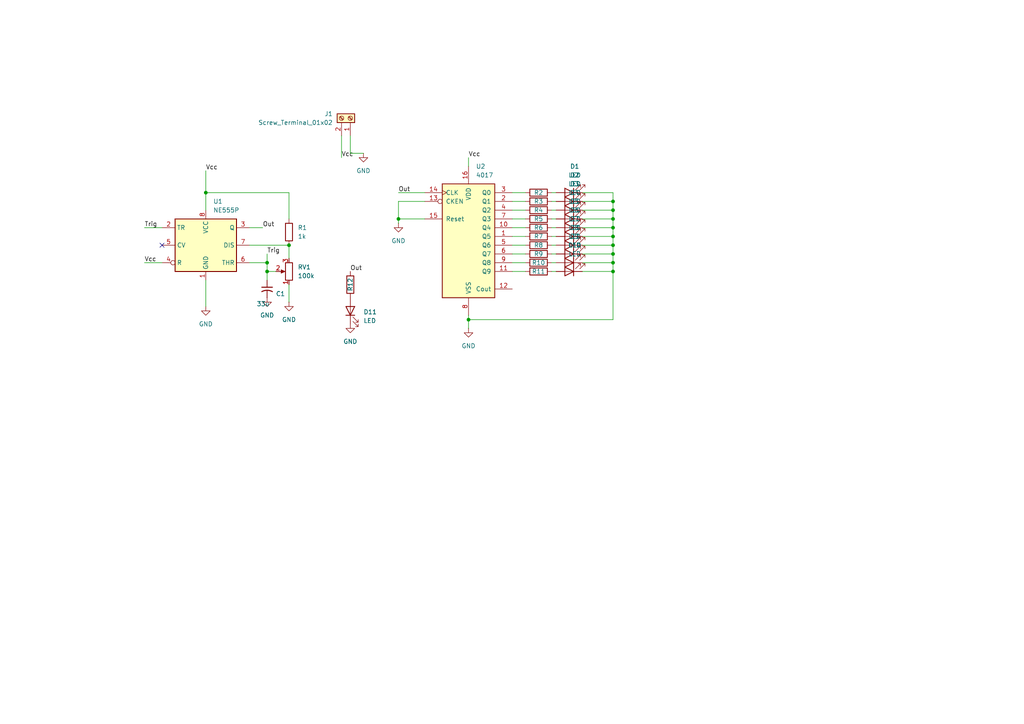
<source format=kicad_sch>
(kicad_sch
	(version 20250114)
	(generator "eeschema")
	(generator_version "9.0")
	(uuid "ec655837-b91a-426b-9e91-2dbc3c19d02e")
	(paper "A4")
	(lib_symbols
		(symbol "4xxx:4017"
			(pin_names
				(offset 1.016)
			)
			(exclude_from_sim no)
			(in_bom yes)
			(on_board yes)
			(property "Reference" "U"
				(at -7.62 16.51 0)
				(effects
					(font
						(size 1.27 1.27)
					)
				)
			)
			(property "Value" "4017"
				(at -7.62 -19.05 0)
				(effects
					(font
						(size 1.27 1.27)
					)
				)
			)
			(property "Footprint" ""
				(at 0 0 0)
				(effects
					(font
						(size 1.27 1.27)
					)
					(hide yes)
				)
			)
			(property "Datasheet" "http://www.intersil.com/content/dam/Intersil/documents/cd40/cd4017bms-22bms.pdf"
				(at 0 0 0)
				(effects
					(font
						(size 1.27 1.27)
					)
					(hide yes)
				)
			)
			(property "Description" "Johnson Counter ( 10 outputs )"
				(at 0 0 0)
				(effects
					(font
						(size 1.27 1.27)
					)
					(hide yes)
				)
			)
			(property "ki_locked" ""
				(at 0 0 0)
				(effects
					(font
						(size 1.27 1.27)
					)
				)
			)
			(property "ki_keywords" "CNT CNT10"
				(at 0 0 0)
				(effects
					(font
						(size 1.27 1.27)
					)
					(hide yes)
				)
			)
			(property "ki_fp_filters" "DIP?16*"
				(at 0 0 0)
				(effects
					(font
						(size 1.27 1.27)
					)
					(hide yes)
				)
			)
			(symbol "4017_1_0"
				(pin input clock
					(at -12.7 12.7 0)
					(length 5.08)
					(name "CLK"
						(effects
							(font
								(size 1.27 1.27)
							)
						)
					)
					(number "14"
						(effects
							(font
								(size 1.27 1.27)
							)
						)
					)
				)
				(pin input inverted
					(at -12.7 10.16 0)
					(length 5.08)
					(name "CKEN"
						(effects
							(font
								(size 1.27 1.27)
							)
						)
					)
					(number "13"
						(effects
							(font
								(size 1.27 1.27)
							)
						)
					)
				)
				(pin input line
					(at -12.7 5.08 0)
					(length 5.08)
					(name "Reset"
						(effects
							(font
								(size 1.27 1.27)
							)
						)
					)
					(number "15"
						(effects
							(font
								(size 1.27 1.27)
							)
						)
					)
				)
				(pin power_in line
					(at 0 20.32 270)
					(length 5.08)
					(name "VDD"
						(effects
							(font
								(size 1.27 1.27)
							)
						)
					)
					(number "16"
						(effects
							(font
								(size 1.27 1.27)
							)
						)
					)
				)
				(pin power_in line
					(at 0 -22.86 90)
					(length 5.08)
					(name "VSS"
						(effects
							(font
								(size 1.27 1.27)
							)
						)
					)
					(number "8"
						(effects
							(font
								(size 1.27 1.27)
							)
						)
					)
				)
				(pin output line
					(at 12.7 12.7 180)
					(length 5.08)
					(name "Q0"
						(effects
							(font
								(size 1.27 1.27)
							)
						)
					)
					(number "3"
						(effects
							(font
								(size 1.27 1.27)
							)
						)
					)
				)
				(pin output line
					(at 12.7 10.16 180)
					(length 5.08)
					(name "Q1"
						(effects
							(font
								(size 1.27 1.27)
							)
						)
					)
					(number "2"
						(effects
							(font
								(size 1.27 1.27)
							)
						)
					)
				)
				(pin output line
					(at 12.7 7.62 180)
					(length 5.08)
					(name "Q2"
						(effects
							(font
								(size 1.27 1.27)
							)
						)
					)
					(number "4"
						(effects
							(font
								(size 1.27 1.27)
							)
						)
					)
				)
				(pin output line
					(at 12.7 5.08 180)
					(length 5.08)
					(name "Q3"
						(effects
							(font
								(size 1.27 1.27)
							)
						)
					)
					(number "7"
						(effects
							(font
								(size 1.27 1.27)
							)
						)
					)
				)
				(pin output line
					(at 12.7 2.54 180)
					(length 5.08)
					(name "Q4"
						(effects
							(font
								(size 1.27 1.27)
							)
						)
					)
					(number "10"
						(effects
							(font
								(size 1.27 1.27)
							)
						)
					)
				)
				(pin output line
					(at 12.7 0 180)
					(length 5.08)
					(name "Q5"
						(effects
							(font
								(size 1.27 1.27)
							)
						)
					)
					(number "1"
						(effects
							(font
								(size 1.27 1.27)
							)
						)
					)
				)
				(pin output line
					(at 12.7 -2.54 180)
					(length 5.08)
					(name "Q6"
						(effects
							(font
								(size 1.27 1.27)
							)
						)
					)
					(number "5"
						(effects
							(font
								(size 1.27 1.27)
							)
						)
					)
				)
				(pin output line
					(at 12.7 -5.08 180)
					(length 5.08)
					(name "Q7"
						(effects
							(font
								(size 1.27 1.27)
							)
						)
					)
					(number "6"
						(effects
							(font
								(size 1.27 1.27)
							)
						)
					)
				)
				(pin output line
					(at 12.7 -7.62 180)
					(length 5.08)
					(name "Q8"
						(effects
							(font
								(size 1.27 1.27)
							)
						)
					)
					(number "9"
						(effects
							(font
								(size 1.27 1.27)
							)
						)
					)
				)
				(pin output line
					(at 12.7 -10.16 180)
					(length 5.08)
					(name "Q9"
						(effects
							(font
								(size 1.27 1.27)
							)
						)
					)
					(number "11"
						(effects
							(font
								(size 1.27 1.27)
							)
						)
					)
				)
				(pin output line
					(at 12.7 -15.24 180)
					(length 5.08)
					(name "Cout"
						(effects
							(font
								(size 1.27 1.27)
							)
						)
					)
					(number "12"
						(effects
							(font
								(size 1.27 1.27)
							)
						)
					)
				)
			)
			(symbol "4017_1_1"
				(rectangle
					(start -7.62 15.24)
					(end 7.62 -17.78)
					(stroke
						(width 0.254)
						(type default)
					)
					(fill
						(type background)
					)
				)
			)
			(embedded_fonts no)
		)
		(symbol "Connector:Screw_Terminal_01x02"
			(pin_names
				(offset 1.016)
				(hide yes)
			)
			(exclude_from_sim no)
			(in_bom yes)
			(on_board yes)
			(property "Reference" "J"
				(at 0 2.54 0)
				(effects
					(font
						(size 1.27 1.27)
					)
				)
			)
			(property "Value" "Screw_Terminal_01x02"
				(at 0 -5.08 0)
				(effects
					(font
						(size 1.27 1.27)
					)
				)
			)
			(property "Footprint" ""
				(at 0 0 0)
				(effects
					(font
						(size 1.27 1.27)
					)
					(hide yes)
				)
			)
			(property "Datasheet" "~"
				(at 0 0 0)
				(effects
					(font
						(size 1.27 1.27)
					)
					(hide yes)
				)
			)
			(property "Description" "Generic screw terminal, single row, 01x02, script generated (kicad-library-utils/schlib/autogen/connector/)"
				(at 0 0 0)
				(effects
					(font
						(size 1.27 1.27)
					)
					(hide yes)
				)
			)
			(property "ki_keywords" "screw terminal"
				(at 0 0 0)
				(effects
					(font
						(size 1.27 1.27)
					)
					(hide yes)
				)
			)
			(property "ki_fp_filters" "TerminalBlock*:*"
				(at 0 0 0)
				(effects
					(font
						(size 1.27 1.27)
					)
					(hide yes)
				)
			)
			(symbol "Screw_Terminal_01x02_1_1"
				(rectangle
					(start -1.27 1.27)
					(end 1.27 -3.81)
					(stroke
						(width 0.254)
						(type default)
					)
					(fill
						(type background)
					)
				)
				(polyline
					(pts
						(xy -0.5334 0.3302) (xy 0.3302 -0.508)
					)
					(stroke
						(width 0.1524)
						(type default)
					)
					(fill
						(type none)
					)
				)
				(polyline
					(pts
						(xy -0.5334 -2.2098) (xy 0.3302 -3.048)
					)
					(stroke
						(width 0.1524)
						(type default)
					)
					(fill
						(type none)
					)
				)
				(polyline
					(pts
						(xy -0.3556 0.508) (xy 0.508 -0.3302)
					)
					(stroke
						(width 0.1524)
						(type default)
					)
					(fill
						(type none)
					)
				)
				(polyline
					(pts
						(xy -0.3556 -2.032) (xy 0.508 -2.8702)
					)
					(stroke
						(width 0.1524)
						(type default)
					)
					(fill
						(type none)
					)
				)
				(circle
					(center 0 0)
					(radius 0.635)
					(stroke
						(width 0.1524)
						(type default)
					)
					(fill
						(type none)
					)
				)
				(circle
					(center 0 -2.54)
					(radius 0.635)
					(stroke
						(width 0.1524)
						(type default)
					)
					(fill
						(type none)
					)
				)
				(pin passive line
					(at -5.08 0 0)
					(length 3.81)
					(name "Pin_1"
						(effects
							(font
								(size 1.27 1.27)
							)
						)
					)
					(number "1"
						(effects
							(font
								(size 1.27 1.27)
							)
						)
					)
				)
				(pin passive line
					(at -5.08 -2.54 0)
					(length 3.81)
					(name "Pin_2"
						(effects
							(font
								(size 1.27 1.27)
							)
						)
					)
					(number "2"
						(effects
							(font
								(size 1.27 1.27)
							)
						)
					)
				)
			)
			(embedded_fonts no)
		)
		(symbol "Device:C_Small_US"
			(pin_numbers
				(hide yes)
			)
			(pin_names
				(offset 0.254)
				(hide yes)
			)
			(exclude_from_sim no)
			(in_bom yes)
			(on_board yes)
			(property "Reference" "C"
				(at 0.254 1.778 0)
				(effects
					(font
						(size 1.27 1.27)
					)
					(justify left)
				)
			)
			(property "Value" "C_Small_US"
				(at 0.254 -2.032 0)
				(effects
					(font
						(size 1.27 1.27)
					)
					(justify left)
				)
			)
			(property "Footprint" ""
				(at 0 0 0)
				(effects
					(font
						(size 1.27 1.27)
					)
					(hide yes)
				)
			)
			(property "Datasheet" ""
				(at 0 0 0)
				(effects
					(font
						(size 1.27 1.27)
					)
					(hide yes)
				)
			)
			(property "Description" "capacitor, small US symbol"
				(at 0 0 0)
				(effects
					(font
						(size 1.27 1.27)
					)
					(hide yes)
				)
			)
			(property "ki_keywords" "cap capacitor"
				(at 0 0 0)
				(effects
					(font
						(size 1.27 1.27)
					)
					(hide yes)
				)
			)
			(property "ki_fp_filters" "C_*"
				(at 0 0 0)
				(effects
					(font
						(size 1.27 1.27)
					)
					(hide yes)
				)
			)
			(symbol "C_Small_US_0_1"
				(polyline
					(pts
						(xy -1.524 0.508) (xy 1.524 0.508)
					)
					(stroke
						(width 0.3048)
						(type default)
					)
					(fill
						(type none)
					)
				)
				(arc
					(start -1.524 -0.762)
					(mid 0 -0.3734)
					(end 1.524 -0.762)
					(stroke
						(width 0.3048)
						(type default)
					)
					(fill
						(type none)
					)
				)
			)
			(symbol "C_Small_US_1_1"
				(pin passive line
					(at 0 2.54 270)
					(length 2.032)
					(name "~"
						(effects
							(font
								(size 1.27 1.27)
							)
						)
					)
					(number "1"
						(effects
							(font
								(size 1.27 1.27)
							)
						)
					)
				)
				(pin passive line
					(at 0 -2.54 90)
					(length 2.032)
					(name "~"
						(effects
							(font
								(size 1.27 1.27)
							)
						)
					)
					(number "2"
						(effects
							(font
								(size 1.27 1.27)
							)
						)
					)
				)
			)
			(embedded_fonts no)
		)
		(symbol "Device:LED"
			(pin_numbers
				(hide yes)
			)
			(pin_names
				(offset 1.016)
				(hide yes)
			)
			(exclude_from_sim no)
			(in_bom yes)
			(on_board yes)
			(property "Reference" "D"
				(at 0 2.54 0)
				(effects
					(font
						(size 1.27 1.27)
					)
				)
			)
			(property "Value" "LED"
				(at 0 -2.54 0)
				(effects
					(font
						(size 1.27 1.27)
					)
				)
			)
			(property "Footprint" ""
				(at 0 0 0)
				(effects
					(font
						(size 1.27 1.27)
					)
					(hide yes)
				)
			)
			(property "Datasheet" "~"
				(at 0 0 0)
				(effects
					(font
						(size 1.27 1.27)
					)
					(hide yes)
				)
			)
			(property "Description" "Light emitting diode"
				(at 0 0 0)
				(effects
					(font
						(size 1.27 1.27)
					)
					(hide yes)
				)
			)
			(property "Sim.Pins" "1=K 2=A"
				(at 0 0 0)
				(effects
					(font
						(size 1.27 1.27)
					)
					(hide yes)
				)
			)
			(property "ki_keywords" "LED diode"
				(at 0 0 0)
				(effects
					(font
						(size 1.27 1.27)
					)
					(hide yes)
				)
			)
			(property "ki_fp_filters" "LED* LED_SMD:* LED_THT:*"
				(at 0 0 0)
				(effects
					(font
						(size 1.27 1.27)
					)
					(hide yes)
				)
			)
			(symbol "LED_0_1"
				(polyline
					(pts
						(xy -3.048 -0.762) (xy -4.572 -2.286) (xy -3.81 -2.286) (xy -4.572 -2.286) (xy -4.572 -1.524)
					)
					(stroke
						(width 0)
						(type default)
					)
					(fill
						(type none)
					)
				)
				(polyline
					(pts
						(xy -1.778 -0.762) (xy -3.302 -2.286) (xy -2.54 -2.286) (xy -3.302 -2.286) (xy -3.302 -1.524)
					)
					(stroke
						(width 0)
						(type default)
					)
					(fill
						(type none)
					)
				)
				(polyline
					(pts
						(xy -1.27 0) (xy 1.27 0)
					)
					(stroke
						(width 0)
						(type default)
					)
					(fill
						(type none)
					)
				)
				(polyline
					(pts
						(xy -1.27 -1.27) (xy -1.27 1.27)
					)
					(stroke
						(width 0.254)
						(type default)
					)
					(fill
						(type none)
					)
				)
				(polyline
					(pts
						(xy 1.27 -1.27) (xy 1.27 1.27) (xy -1.27 0) (xy 1.27 -1.27)
					)
					(stroke
						(width 0.254)
						(type default)
					)
					(fill
						(type none)
					)
				)
			)
			(symbol "LED_1_1"
				(pin passive line
					(at -3.81 0 0)
					(length 2.54)
					(name "K"
						(effects
							(font
								(size 1.27 1.27)
							)
						)
					)
					(number "1"
						(effects
							(font
								(size 1.27 1.27)
							)
						)
					)
				)
				(pin passive line
					(at 3.81 0 180)
					(length 2.54)
					(name "A"
						(effects
							(font
								(size 1.27 1.27)
							)
						)
					)
					(number "2"
						(effects
							(font
								(size 1.27 1.27)
							)
						)
					)
				)
			)
			(embedded_fonts no)
		)
		(symbol "Device:R"
			(pin_numbers
				(hide yes)
			)
			(pin_names
				(offset 0)
			)
			(exclude_from_sim no)
			(in_bom yes)
			(on_board yes)
			(property "Reference" "R"
				(at 2.032 0 90)
				(effects
					(font
						(size 1.27 1.27)
					)
				)
			)
			(property "Value" "R"
				(at 0 0 90)
				(effects
					(font
						(size 1.27 1.27)
					)
				)
			)
			(property "Footprint" ""
				(at -1.778 0 90)
				(effects
					(font
						(size 1.27 1.27)
					)
					(hide yes)
				)
			)
			(property "Datasheet" "~"
				(at 0 0 0)
				(effects
					(font
						(size 1.27 1.27)
					)
					(hide yes)
				)
			)
			(property "Description" "Resistor"
				(at 0 0 0)
				(effects
					(font
						(size 1.27 1.27)
					)
					(hide yes)
				)
			)
			(property "ki_keywords" "R res resistor"
				(at 0 0 0)
				(effects
					(font
						(size 1.27 1.27)
					)
					(hide yes)
				)
			)
			(property "ki_fp_filters" "R_*"
				(at 0 0 0)
				(effects
					(font
						(size 1.27 1.27)
					)
					(hide yes)
				)
			)
			(symbol "R_0_1"
				(rectangle
					(start -1.016 -2.54)
					(end 1.016 2.54)
					(stroke
						(width 0.254)
						(type default)
					)
					(fill
						(type none)
					)
				)
			)
			(symbol "R_1_1"
				(pin passive line
					(at 0 3.81 270)
					(length 1.27)
					(name "~"
						(effects
							(font
								(size 1.27 1.27)
							)
						)
					)
					(number "1"
						(effects
							(font
								(size 1.27 1.27)
							)
						)
					)
				)
				(pin passive line
					(at 0 -3.81 90)
					(length 1.27)
					(name "~"
						(effects
							(font
								(size 1.27 1.27)
							)
						)
					)
					(number "2"
						(effects
							(font
								(size 1.27 1.27)
							)
						)
					)
				)
			)
			(embedded_fonts no)
		)
		(symbol "Device:R_Potentiometer"
			(pin_names
				(offset 1.016)
				(hide yes)
			)
			(exclude_from_sim no)
			(in_bom yes)
			(on_board yes)
			(property "Reference" "RV"
				(at -4.445 0 90)
				(effects
					(font
						(size 1.27 1.27)
					)
				)
			)
			(property "Value" "R_Potentiometer"
				(at -2.54 0 90)
				(effects
					(font
						(size 1.27 1.27)
					)
				)
			)
			(property "Footprint" ""
				(at 0 0 0)
				(effects
					(font
						(size 1.27 1.27)
					)
					(hide yes)
				)
			)
			(property "Datasheet" "~"
				(at 0 0 0)
				(effects
					(font
						(size 1.27 1.27)
					)
					(hide yes)
				)
			)
			(property "Description" "Potentiometer"
				(at 0 0 0)
				(effects
					(font
						(size 1.27 1.27)
					)
					(hide yes)
				)
			)
			(property "ki_keywords" "resistor variable"
				(at 0 0 0)
				(effects
					(font
						(size 1.27 1.27)
					)
					(hide yes)
				)
			)
			(property "ki_fp_filters" "Potentiometer*"
				(at 0 0 0)
				(effects
					(font
						(size 1.27 1.27)
					)
					(hide yes)
				)
			)
			(symbol "R_Potentiometer_0_1"
				(rectangle
					(start 1.016 2.54)
					(end -1.016 -2.54)
					(stroke
						(width 0.254)
						(type default)
					)
					(fill
						(type none)
					)
				)
				(polyline
					(pts
						(xy 1.143 0) (xy 2.286 0.508) (xy 2.286 -0.508) (xy 1.143 0)
					)
					(stroke
						(width 0)
						(type default)
					)
					(fill
						(type outline)
					)
				)
				(polyline
					(pts
						(xy 2.54 0) (xy 1.524 0)
					)
					(stroke
						(width 0)
						(type default)
					)
					(fill
						(type none)
					)
				)
			)
			(symbol "R_Potentiometer_1_1"
				(pin passive line
					(at 0 3.81 270)
					(length 1.27)
					(name "1"
						(effects
							(font
								(size 1.27 1.27)
							)
						)
					)
					(number "1"
						(effects
							(font
								(size 1.27 1.27)
							)
						)
					)
				)
				(pin passive line
					(at 0 -3.81 90)
					(length 1.27)
					(name "3"
						(effects
							(font
								(size 1.27 1.27)
							)
						)
					)
					(number "3"
						(effects
							(font
								(size 1.27 1.27)
							)
						)
					)
				)
				(pin passive line
					(at 3.81 0 180)
					(length 1.27)
					(name "2"
						(effects
							(font
								(size 1.27 1.27)
							)
						)
					)
					(number "2"
						(effects
							(font
								(size 1.27 1.27)
							)
						)
					)
				)
			)
			(embedded_fonts no)
		)
		(symbol "LED_1"
			(pin_numbers
				(hide yes)
			)
			(pin_names
				(offset 1.016)
				(hide yes)
			)
			(exclude_from_sim no)
			(in_bom yes)
			(on_board yes)
			(property "Reference" "D1"
				(at 1.5875 0 0)
				(effects
					(font
						(size 1.27 1.27)
					)
				)
			)
			(property "Value" "LED"
				(at 1.5875 -2.54 0)
				(effects
					(font
						(size 1.27 1.27)
					)
				)
			)
			(property "Footprint" ""
				(at 0 0 0)
				(effects
					(font
						(size 1.27 1.27)
					)
					(hide yes)
				)
			)
			(property "Datasheet" "~"
				(at 0 -7.62 0)
				(effects
					(font
						(size 1.27 1.27)
					)
					(hide yes)
				)
			)
			(property "Description" "Light emitting diode"
				(at 0 -7.62 0)
				(effects
					(font
						(size 1.27 1.27)
					)
					(hide yes)
				)
			)
			(property "Sim.Pins" "1=K 2=A"
				(at 0 -7.62 0)
				(effects
					(font
						(size 1.27 1.27)
					)
					(hide yes)
				)
			)
			(property "ki_keywords" "LED diode"
				(at 0 0 0)
				(effects
					(font
						(size 1.27 1.27)
					)
					(hide yes)
				)
			)
			(property "ki_fp_filters" "LED* LED_SMD:* LED_THT:*"
				(at 0 0 0)
				(effects
					(font
						(size 1.27 1.27)
					)
					(hide yes)
				)
			)
			(symbol "LED_1_0_1"
				(polyline
					(pts
						(xy -1.27 -6.35) (xy -1.27 -8.89) (xy 1.27 -7.62) (xy -1.27 -6.35)
					)
					(stroke
						(width 0.254)
						(type default)
					)
					(fill
						(type none)
					)
				)
				(polyline
					(pts
						(xy 1.27 -6.35) (xy 1.27 -8.89)
					)
					(stroke
						(width 0.254)
						(type default)
					)
					(fill
						(type none)
					)
				)
				(polyline
					(pts
						(xy 1.27 -7.62) (xy -1.27 -7.62)
					)
					(stroke
						(width 0)
						(type default)
					)
					(fill
						(type none)
					)
				)
				(polyline
					(pts
						(xy 1.778 -6.858) (xy 3.302 -5.334) (xy 2.54 -5.334) (xy 3.302 -5.334) (xy 3.302 -6.096)
					)
					(stroke
						(width 0)
						(type default)
					)
					(fill
						(type none)
					)
				)
				(polyline
					(pts
						(xy 3.048 -6.858) (xy 4.572 -5.334) (xy 3.81 -5.334) (xy 4.572 -5.334) (xy 4.572 -6.096)
					)
					(stroke
						(width 0)
						(type default)
					)
					(fill
						(type none)
					)
				)
			)
			(symbol "LED_1_1_1"
				(pin passive line
					(at -3.81 -7.62 0)
					(length 2.54)
					(name "A"
						(effects
							(font
								(size 1.27 1.27)
							)
						)
					)
					(number "2"
						(effects
							(font
								(size 1.27 1.27)
							)
						)
					)
				)
				(pin passive line
					(at 3.81 -7.62 180)
					(length 2.54)
					(name "K"
						(effects
							(font
								(size 1.27 1.27)
							)
						)
					)
					(number "1"
						(effects
							(font
								(size 1.27 1.27)
							)
						)
					)
				)
			)
			(embedded_fonts no)
		)
		(symbol "Timer:NE555P"
			(exclude_from_sim no)
			(in_bom yes)
			(on_board yes)
			(property "Reference" "U"
				(at -10.16 8.89 0)
				(effects
					(font
						(size 1.27 1.27)
					)
					(justify left)
				)
			)
			(property "Value" "NE555P"
				(at 2.54 8.89 0)
				(effects
					(font
						(size 1.27 1.27)
					)
					(justify left)
				)
			)
			(property "Footprint" "Package_DIP:DIP-8_W7.62mm"
				(at 16.51 -10.16 0)
				(effects
					(font
						(size 1.27 1.27)
					)
					(hide yes)
				)
			)
			(property "Datasheet" "http://www.ti.com/lit/ds/symlink/ne555.pdf"
				(at 21.59 -10.16 0)
				(effects
					(font
						(size 1.27 1.27)
					)
					(hide yes)
				)
			)
			(property "Description" "Precision Timers, 555 compatible,  PDIP-8"
				(at 0 0 0)
				(effects
					(font
						(size 1.27 1.27)
					)
					(hide yes)
				)
			)
			(property "ki_keywords" "single timer 555"
				(at 0 0 0)
				(effects
					(font
						(size 1.27 1.27)
					)
					(hide yes)
				)
			)
			(property "ki_fp_filters" "DIP*W7.62mm*"
				(at 0 0 0)
				(effects
					(font
						(size 1.27 1.27)
					)
					(hide yes)
				)
			)
			(symbol "NE555P_0_0"
				(pin power_in line
					(at 0 10.16 270)
					(length 2.54)
					(name "VCC"
						(effects
							(font
								(size 1.27 1.27)
							)
						)
					)
					(number "8"
						(effects
							(font
								(size 1.27 1.27)
							)
						)
					)
				)
				(pin power_in line
					(at 0 -10.16 90)
					(length 2.54)
					(name "GND"
						(effects
							(font
								(size 1.27 1.27)
							)
						)
					)
					(number "1"
						(effects
							(font
								(size 1.27 1.27)
							)
						)
					)
				)
			)
			(symbol "NE555P_0_1"
				(rectangle
					(start -8.89 -7.62)
					(end 8.89 7.62)
					(stroke
						(width 0.254)
						(type default)
					)
					(fill
						(type background)
					)
				)
				(rectangle
					(start -8.89 -7.62)
					(end 8.89 7.62)
					(stroke
						(width 0.254)
						(type default)
					)
					(fill
						(type background)
					)
				)
			)
			(symbol "NE555P_1_1"
				(pin input line
					(at -12.7 5.08 0)
					(length 3.81)
					(name "TR"
						(effects
							(font
								(size 1.27 1.27)
							)
						)
					)
					(number "2"
						(effects
							(font
								(size 1.27 1.27)
							)
						)
					)
				)
				(pin input line
					(at -12.7 0 0)
					(length 3.81)
					(name "CV"
						(effects
							(font
								(size 1.27 1.27)
							)
						)
					)
					(number "5"
						(effects
							(font
								(size 1.27 1.27)
							)
						)
					)
				)
				(pin input inverted
					(at -12.7 -5.08 0)
					(length 3.81)
					(name "R"
						(effects
							(font
								(size 1.27 1.27)
							)
						)
					)
					(number "4"
						(effects
							(font
								(size 1.27 1.27)
							)
						)
					)
				)
				(pin output line
					(at 12.7 5.08 180)
					(length 3.81)
					(name "Q"
						(effects
							(font
								(size 1.27 1.27)
							)
						)
					)
					(number "3"
						(effects
							(font
								(size 1.27 1.27)
							)
						)
					)
				)
				(pin input line
					(at 12.7 0 180)
					(length 3.81)
					(name "DIS"
						(effects
							(font
								(size 1.27 1.27)
							)
						)
					)
					(number "7"
						(effects
							(font
								(size 1.27 1.27)
							)
						)
					)
				)
				(pin input line
					(at 12.7 -5.08 180)
					(length 3.81)
					(name "THR"
						(effects
							(font
								(size 1.27 1.27)
							)
						)
					)
					(number "6"
						(effects
							(font
								(size 1.27 1.27)
							)
						)
					)
				)
			)
			(embedded_fonts no)
		)
		(symbol "power:GND"
			(power)
			(pin_numbers
				(hide yes)
			)
			(pin_names
				(offset 0)
				(hide yes)
			)
			(exclude_from_sim no)
			(in_bom yes)
			(on_board yes)
			(property "Reference" "#PWR"
				(at 0 -6.35 0)
				(effects
					(font
						(size 1.27 1.27)
					)
					(hide yes)
				)
			)
			(property "Value" "GND"
				(at 0 -3.81 0)
				(effects
					(font
						(size 1.27 1.27)
					)
				)
			)
			(property "Footprint" ""
				(at 0 0 0)
				(effects
					(font
						(size 1.27 1.27)
					)
					(hide yes)
				)
			)
			(property "Datasheet" ""
				(at 0 0 0)
				(effects
					(font
						(size 1.27 1.27)
					)
					(hide yes)
				)
			)
			(property "Description" "Power symbol creates a global label with name \"GND\" , ground"
				(at 0 0 0)
				(effects
					(font
						(size 1.27 1.27)
					)
					(hide yes)
				)
			)
			(property "ki_keywords" "global power"
				(at 0 0 0)
				(effects
					(font
						(size 1.27 1.27)
					)
					(hide yes)
				)
			)
			(symbol "GND_0_1"
				(polyline
					(pts
						(xy 0 0) (xy 0 -1.27) (xy 1.27 -1.27) (xy 0 -2.54) (xy -1.27 -1.27) (xy 0 -1.27)
					)
					(stroke
						(width 0)
						(type default)
					)
					(fill
						(type none)
					)
				)
			)
			(symbol "GND_1_1"
				(pin power_in line
					(at 0 0 270)
					(length 0)
					(name "~"
						(effects
							(font
								(size 1.27 1.27)
							)
						)
					)
					(number "1"
						(effects
							(font
								(size 1.27 1.27)
							)
						)
					)
				)
			)
			(embedded_fonts no)
		)
	)
	(junction
		(at 135.89 92.71)
		(diameter 0)
		(color 0 0 0 0)
		(uuid "04240391-3cd5-4883-8db2-434ed3b23bf2")
	)
	(junction
		(at 177.8 78.74)
		(diameter 0)
		(color 0 0 0 0)
		(uuid "1e081f25-c4d0-4c0d-bfd1-23eb53e863b5")
	)
	(junction
		(at 59.69 55.88)
		(diameter 0)
		(color 0 0 0 0)
		(uuid "258dd99e-bc56-431e-95c2-32bda06e11cb")
	)
	(junction
		(at 177.8 58.42)
		(diameter 0)
		(color 0 0 0 0)
		(uuid "2fb79b1b-9e00-4cd7-b106-f0b0d94e1e66")
	)
	(junction
		(at 83.82 71.12)
		(diameter 0)
		(color 0 0 0 0)
		(uuid "4b29e533-567a-4d35-abf6-a67a1e358dda")
	)
	(junction
		(at 177.8 71.12)
		(diameter 0)
		(color 0 0 0 0)
		(uuid "7e709b3c-3ff9-448f-b82b-ce1a821b23ce")
	)
	(junction
		(at 177.8 68.58)
		(diameter 0)
		(color 0 0 0 0)
		(uuid "88f9eb1c-50f9-474c-8e99-ebcda3fc739c")
	)
	(junction
		(at 177.8 60.96)
		(diameter 0)
		(color 0 0 0 0)
		(uuid "8d009a7a-23a1-43a3-af30-93f956587d7c")
	)
	(junction
		(at 77.47 78.74)
		(diameter 0)
		(color 0 0 0 0)
		(uuid "99069c57-10fb-47b0-b150-4f0522030a20")
	)
	(junction
		(at 177.8 66.04)
		(diameter 0)
		(color 0 0 0 0)
		(uuid "9e6ee2ee-f157-41be-8d00-1800c003088c")
	)
	(junction
		(at 77.47 76.2)
		(diameter 0)
		(color 0 0 0 0)
		(uuid "a717e68a-823e-459b-9930-4b6d9d13c6db")
	)
	(junction
		(at 115.57 63.5)
		(diameter 0)
		(color 0 0 0 0)
		(uuid "afe0abfb-529c-4cc3-aaae-a0c12571ac47")
	)
	(junction
		(at 177.8 63.5)
		(diameter 0)
		(color 0 0 0 0)
		(uuid "b4dd2815-e68d-4360-9b74-6deac8ab57f3")
	)
	(junction
		(at 177.8 76.2)
		(diameter 0)
		(color 0 0 0 0)
		(uuid "d904fce4-c24d-4aac-8b89-06fcf7f6e9e8")
	)
	(junction
		(at 177.8 73.66)
		(diameter 0)
		(color 0 0 0 0)
		(uuid "f7f41c98-f4f2-4f82-a2e3-796a096835d3")
	)
	(no_connect
		(at 46.99 71.12)
		(uuid "2f256ffa-5c33-4005-a486-cdd686e76461")
	)
	(wire
		(pts
			(xy 41.91 66.04) (xy 46.99 66.04)
		)
		(stroke
			(width 0)
			(type default)
		)
		(uuid "05186ca3-dc3c-4748-a68c-91f3b61ec2b2")
	)
	(wire
		(pts
			(xy 123.19 58.42) (xy 115.57 58.42)
		)
		(stroke
			(width 0)
			(type default)
		)
		(uuid "056b81c6-7f21-431f-9813-05dd99b0e919")
	)
	(wire
		(pts
			(xy 77.47 78.74) (xy 77.47 81.28)
		)
		(stroke
			(width 0)
			(type default)
		)
		(uuid "0640d9dc-2189-440d-abf5-d616c4fb7048")
	)
	(wire
		(pts
			(xy 135.89 45.72) (xy 135.89 48.26)
		)
		(stroke
			(width 0)
			(type default)
		)
		(uuid "065c6537-973c-4eb7-89c1-bf6d02e61c3f")
	)
	(wire
		(pts
			(xy 168.91 73.66) (xy 177.8 73.66)
		)
		(stroke
			(width 0)
			(type default)
		)
		(uuid "08203e95-d40f-45f2-8c78-fc35e902cd65")
	)
	(wire
		(pts
			(xy 135.89 92.71) (xy 177.8 92.71)
		)
		(stroke
			(width 0)
			(type default)
		)
		(uuid "0bdecd07-6d71-452d-b475-eb62a18a1acb")
	)
	(wire
		(pts
			(xy 148.59 58.42) (xy 152.4 58.42)
		)
		(stroke
			(width 0)
			(type default)
		)
		(uuid "0f6f25f9-4f1b-4b51-ad04-eabff2657859")
	)
	(wire
		(pts
			(xy 177.8 73.66) (xy 177.8 76.2)
		)
		(stroke
			(width 0)
			(type default)
		)
		(uuid "11db42e0-c7d9-49af-895f-176b1f85b96f")
	)
	(wire
		(pts
			(xy 148.59 78.74) (xy 152.4 78.74)
		)
		(stroke
			(width 0)
			(type default)
		)
		(uuid "139102aa-09b4-46ea-8cfc-3ad944f9a8df")
	)
	(wire
		(pts
			(xy 168.91 63.5) (xy 177.8 63.5)
		)
		(stroke
			(width 0)
			(type default)
		)
		(uuid "16ba7045-c058-4f16-b1bf-e26b187ceca7")
	)
	(wire
		(pts
			(xy 160.02 66.04) (xy 161.29 66.04)
		)
		(stroke
			(width 0)
			(type default)
		)
		(uuid "18a977b6-eadf-4a8f-81d4-6bf3aeb017e9")
	)
	(wire
		(pts
			(xy 135.89 91.44) (xy 135.89 92.71)
		)
		(stroke
			(width 0)
			(type default)
		)
		(uuid "1bbaa2a0-8a9e-4bc5-aafe-2cf40b9b4878")
	)
	(wire
		(pts
			(xy 72.39 71.12) (xy 83.82 71.12)
		)
		(stroke
			(width 0)
			(type default)
		)
		(uuid "1cd6fdca-1e62-4735-9810-d846296ec83f")
	)
	(wire
		(pts
			(xy 72.39 66.04) (xy 76.2 66.04)
		)
		(stroke
			(width 0)
			(type default)
		)
		(uuid "1ec50c8c-bf38-498d-9331-76a7b8574a0a")
	)
	(wire
		(pts
			(xy 160.02 58.42) (xy 161.29 58.42)
		)
		(stroke
			(width 0)
			(type default)
		)
		(uuid "22380b66-8707-4fb1-a389-09c689c5875c")
	)
	(wire
		(pts
			(xy 160.02 71.12) (xy 161.29 71.12)
		)
		(stroke
			(width 0)
			(type default)
		)
		(uuid "25e3c2bc-9f33-4926-8997-3005fbe38be0")
	)
	(wire
		(pts
			(xy 160.02 78.74) (xy 161.29 78.74)
		)
		(stroke
			(width 0)
			(type default)
		)
		(uuid "2b6e4165-6557-448b-afab-d48ce74fe0ca")
	)
	(wire
		(pts
			(xy 168.91 68.58) (xy 177.8 68.58)
		)
		(stroke
			(width 0)
			(type default)
		)
		(uuid "2fd8a607-eecf-4c04-a049-48a71d29a8e6")
	)
	(wire
		(pts
			(xy 168.91 58.42) (xy 177.8 58.42)
		)
		(stroke
			(width 0)
			(type default)
		)
		(uuid "3634e276-3755-40d1-ae88-007a724365db")
	)
	(wire
		(pts
			(xy 177.8 71.12) (xy 177.8 73.66)
		)
		(stroke
			(width 0)
			(type default)
		)
		(uuid "37dc88e1-6903-4457-8116-29505e1c2ae6")
	)
	(wire
		(pts
			(xy 168.91 55.88) (xy 177.8 55.88)
		)
		(stroke
			(width 0)
			(type default)
		)
		(uuid "39cd64ad-c354-471f-94f8-f6aa478e0ee9")
	)
	(wire
		(pts
			(xy 59.69 55.88) (xy 59.69 60.96)
		)
		(stroke
			(width 0)
			(type default)
		)
		(uuid "42f5f574-cf04-420a-bfbf-52357ed390e0")
	)
	(wire
		(pts
			(xy 148.59 55.88) (xy 152.4 55.88)
		)
		(stroke
			(width 0)
			(type default)
		)
		(uuid "438ec336-32a0-4536-9abf-f532fd0ec429")
	)
	(wire
		(pts
			(xy 177.8 68.58) (xy 177.8 71.12)
		)
		(stroke
			(width 0)
			(type default)
		)
		(uuid "439d9178-96c5-474d-bbf9-36f2249725c5")
	)
	(wire
		(pts
			(xy 177.8 76.2) (xy 177.8 78.74)
		)
		(stroke
			(width 0)
			(type default)
		)
		(uuid "4b0c3273-2ba4-42d0-b4d9-c3d9f25f14d2")
	)
	(wire
		(pts
			(xy 177.8 55.88) (xy 177.8 58.42)
		)
		(stroke
			(width 0)
			(type default)
		)
		(uuid "5350a2d7-8e27-464a-8c77-07bfa1f88508")
	)
	(wire
		(pts
			(xy 77.47 76.2) (xy 77.47 78.74)
		)
		(stroke
			(width 0)
			(type default)
		)
		(uuid "53cb6e7b-b8bd-453f-8da1-b772d3d2bce7")
	)
	(wire
		(pts
			(xy 115.57 58.42) (xy 115.57 63.5)
		)
		(stroke
			(width 0)
			(type default)
		)
		(uuid "5924986c-666f-46ef-adbb-0316d0781f5c")
	)
	(wire
		(pts
			(xy 101.6 44.45) (xy 105.41 44.45)
		)
		(stroke
			(width 0)
			(type default)
		)
		(uuid "5929051f-6274-4e86-b97d-ff44be470ba0")
	)
	(wire
		(pts
			(xy 41.91 76.2) (xy 46.99 76.2)
		)
		(stroke
			(width 0)
			(type default)
		)
		(uuid "5a117f47-b349-4b7f-bcaf-32ef2bbf3bda")
	)
	(wire
		(pts
			(xy 148.59 60.96) (xy 152.4 60.96)
		)
		(stroke
			(width 0)
			(type default)
		)
		(uuid "5a12d9c6-c6c0-4aad-b5df-5b73d422c5dc")
	)
	(wire
		(pts
			(xy 148.59 76.2) (xy 152.4 76.2)
		)
		(stroke
			(width 0)
			(type default)
		)
		(uuid "5b5c68ee-9c87-42fe-b599-66799a9fc8ca")
	)
	(wire
		(pts
			(xy 59.69 49.53) (xy 59.69 55.88)
		)
		(stroke
			(width 0)
			(type default)
		)
		(uuid "5c60bdf9-d010-4323-91cb-4c96d52bedde")
	)
	(wire
		(pts
			(xy 83.82 55.88) (xy 83.82 63.5)
		)
		(stroke
			(width 0)
			(type default)
		)
		(uuid "66b004fd-25ef-4b74-b128-57edf0b05d55")
	)
	(wire
		(pts
			(xy 135.89 92.71) (xy 135.89 95.25)
		)
		(stroke
			(width 0)
			(type default)
		)
		(uuid "66e9cadf-a542-4684-af0f-b6f2a5a3be78")
	)
	(wire
		(pts
			(xy 115.57 55.88) (xy 123.19 55.88)
		)
		(stroke
			(width 0)
			(type default)
		)
		(uuid "7100e13e-1968-469a-9343-75f925a062c7")
	)
	(wire
		(pts
			(xy 168.91 60.96) (xy 177.8 60.96)
		)
		(stroke
			(width 0)
			(type default)
		)
		(uuid "74f8518e-35b4-4de2-ac2b-29dd18b28e76")
	)
	(wire
		(pts
			(xy 160.02 68.58) (xy 161.29 68.58)
		)
		(stroke
			(width 0)
			(type default)
		)
		(uuid "79c3d955-dddc-4999-bd04-27e2684a7d09")
	)
	(wire
		(pts
			(xy 177.8 66.04) (xy 177.8 68.58)
		)
		(stroke
			(width 0)
			(type default)
		)
		(uuid "7bcefd44-7bf9-4564-932d-c964c9c50cd9")
	)
	(wire
		(pts
			(xy 83.82 82.55) (xy 83.82 87.63)
		)
		(stroke
			(width 0)
			(type default)
		)
		(uuid "7dda5caa-7da7-4082-b80e-f71b49df7fb1")
	)
	(wire
		(pts
			(xy 83.82 74.93) (xy 83.82 71.12)
		)
		(stroke
			(width 0)
			(type default)
		)
		(uuid "88dea2fc-6f30-49a2-8aaf-4d7e9582ed33")
	)
	(wire
		(pts
			(xy 77.47 73.66) (xy 77.47 76.2)
		)
		(stroke
			(width 0)
			(type default)
		)
		(uuid "8abb4fee-c857-4211-b01c-4e9a8ee74726")
	)
	(wire
		(pts
			(xy 148.59 66.04) (xy 152.4 66.04)
		)
		(stroke
			(width 0)
			(type default)
		)
		(uuid "8ee8c2fa-9067-493a-ba52-e3008241e472")
	)
	(wire
		(pts
			(xy 59.69 55.88) (xy 83.82 55.88)
		)
		(stroke
			(width 0)
			(type default)
		)
		(uuid "902bc424-daf6-41ef-9777-8c8515ff6376")
	)
	(wire
		(pts
			(xy 77.47 78.74) (xy 80.01 78.74)
		)
		(stroke
			(width 0)
			(type default)
		)
		(uuid "914f7529-d9bc-40b1-8a99-598ca6544931")
	)
	(wire
		(pts
			(xy 148.59 73.66) (xy 152.4 73.66)
		)
		(stroke
			(width 0)
			(type default)
		)
		(uuid "933cf4cc-a67e-43d6-a7b3-613590959730")
	)
	(wire
		(pts
			(xy 101.6 39.37) (xy 101.6 44.45)
		)
		(stroke
			(width 0)
			(type default)
		)
		(uuid "9ab24972-ae0a-4f8f-804c-ffb661ea60a6")
	)
	(wire
		(pts
			(xy 160.02 55.88) (xy 161.29 55.88)
		)
		(stroke
			(width 0)
			(type default)
		)
		(uuid "9e7b20f2-7c5c-403e-a4cf-22edd45bd034")
	)
	(wire
		(pts
			(xy 168.91 78.74) (xy 177.8 78.74)
		)
		(stroke
			(width 0)
			(type default)
		)
		(uuid "9ebeee8c-98fb-4ae7-95ba-96415d53f0d7")
	)
	(wire
		(pts
			(xy 177.8 63.5) (xy 177.8 66.04)
		)
		(stroke
			(width 0)
			(type default)
		)
		(uuid "aba9892a-d995-4271-8bc7-633820f71211")
	)
	(wire
		(pts
			(xy 99.06 39.37) (xy 99.06 45.72)
		)
		(stroke
			(width 0)
			(type default)
		)
		(uuid "afe6c760-c063-44cf-a667-44838d16ab4d")
	)
	(wire
		(pts
			(xy 160.02 76.2) (xy 161.29 76.2)
		)
		(stroke
			(width 0)
			(type default)
		)
		(uuid "b3bb1701-92ea-49cc-9faf-7fe30da00a59")
	)
	(wire
		(pts
			(xy 72.39 76.2) (xy 77.47 76.2)
		)
		(stroke
			(width 0)
			(type default)
		)
		(uuid "c1557626-b876-4b38-b43f-9e6703913a57")
	)
	(wire
		(pts
			(xy 168.91 71.12) (xy 177.8 71.12)
		)
		(stroke
			(width 0)
			(type default)
		)
		(uuid "c1aedb3c-3a29-4ee5-8f68-09640f0c55b4")
	)
	(wire
		(pts
			(xy 115.57 64.77) (xy 115.57 63.5)
		)
		(stroke
			(width 0)
			(type default)
		)
		(uuid "c31112ab-8b79-4442-918c-221d6ae6cc7e")
	)
	(wire
		(pts
			(xy 160.02 73.66) (xy 161.29 73.66)
		)
		(stroke
			(width 0)
			(type default)
		)
		(uuid "c3bc5622-1b5e-46b5-bc1a-eb3f48c182e2")
	)
	(wire
		(pts
			(xy 148.59 71.12) (xy 152.4 71.12)
		)
		(stroke
			(width 0)
			(type default)
		)
		(uuid "d0498ff4-f14a-4cfd-9aa4-07fcfbd296ab")
	)
	(wire
		(pts
			(xy 160.02 63.5) (xy 161.29 63.5)
		)
		(stroke
			(width 0)
			(type default)
		)
		(uuid "d327e61e-e3ae-4c82-9bc4-3f0bdb73b392")
	)
	(wire
		(pts
			(xy 177.8 58.42) (xy 177.8 60.96)
		)
		(stroke
			(width 0)
			(type default)
		)
		(uuid "d338f513-f501-4792-8d1f-53f544cde97f")
	)
	(wire
		(pts
			(xy 148.59 68.58) (xy 152.4 68.58)
		)
		(stroke
			(width 0)
			(type default)
		)
		(uuid "e25e26b8-a4ee-4bbf-a8a1-aa45b4c7d044")
	)
	(wire
		(pts
			(xy 177.8 78.74) (xy 177.8 92.71)
		)
		(stroke
			(width 0)
			(type default)
		)
		(uuid "e386ac36-5dc3-4161-adf6-05f09244405b")
	)
	(wire
		(pts
			(xy 168.91 76.2) (xy 177.8 76.2)
		)
		(stroke
			(width 0)
			(type default)
		)
		(uuid "e3959014-0b63-4dbc-9b2f-49add4739126")
	)
	(wire
		(pts
			(xy 148.59 63.5) (xy 152.4 63.5)
		)
		(stroke
			(width 0)
			(type default)
		)
		(uuid "e5ea854f-ab41-47d5-88d3-57b9c7e2b939")
	)
	(wire
		(pts
			(xy 160.02 60.96) (xy 161.29 60.96)
		)
		(stroke
			(width 0)
			(type default)
		)
		(uuid "eab400b0-55ff-432d-807c-b169fcf131db")
	)
	(wire
		(pts
			(xy 168.91 66.04) (xy 177.8 66.04)
		)
		(stroke
			(width 0)
			(type default)
		)
		(uuid "f3ae1323-370c-4c58-9b21-18c37f351be9")
	)
	(wire
		(pts
			(xy 59.69 81.28) (xy 59.69 88.9)
		)
		(stroke
			(width 0)
			(type default)
		)
		(uuid "f4d592a3-11c6-4edf-9ede-190e4cb13887")
	)
	(wire
		(pts
			(xy 177.8 60.96) (xy 177.8 63.5)
		)
		(stroke
			(width 0)
			(type default)
		)
		(uuid "fa336e96-10b6-491a-ad35-1250cddb9ddd")
	)
	(wire
		(pts
			(xy 115.57 63.5) (xy 123.19 63.5)
		)
		(stroke
			(width 0)
			(type default)
		)
		(uuid "fd0efd7d-4617-4cb4-aabe-a9c1d8a76175")
	)
	(label "Trig"
		(at 41.91 66.04 0)
		(effects
			(font
				(size 1.27 1.27)
			)
			(justify left bottom)
		)
		(uuid "379977ff-2903-4854-a87e-45580e1efc7a")
	)
	(label "Out"
		(at 115.57 55.88 0)
		(effects
			(font
				(size 1.27 1.27)
			)
			(justify left bottom)
		)
		(uuid "3e8f9e53-4efd-41b5-b280-27411dda3470")
	)
	(label "Out"
		(at 101.6 78.74 0)
		(effects
			(font
				(size 1.27 1.27)
			)
			(justify left bottom)
		)
		(uuid "72e86c18-ac20-4582-964c-6b3665485377")
	)
	(label "Vcc"
		(at 99.06 45.72 0)
		(effects
			(font
				(size 1.27 1.27)
			)
			(justify left bottom)
		)
		(uuid "8ff43555-765c-4ca6-b5ec-f8720fdd4a1f")
	)
	(label "Vcc"
		(at 135.89 45.72 0)
		(effects
			(font
				(size 1.27 1.27)
			)
			(justify left bottom)
		)
		(uuid "ad0a509d-b8f2-4620-a2ab-3024926f11b1")
	)
	(label "Trig"
		(at 77.47 73.66 0)
		(effects
			(font
				(size 1.27 1.27)
			)
			(justify left bottom)
		)
		(uuid "b73835be-01a6-4e26-b861-8d14e4024fb9")
	)
	(label "Vcc"
		(at 41.91 76.2 0)
		(effects
			(font
				(size 1.27 1.27)
			)
			(justify left bottom)
		)
		(uuid "bf3d325d-f091-40c1-95d0-339deaac8e76")
	)
	(label "Out"
		(at 76.2 66.04 0)
		(effects
			(font
				(size 1.27 1.27)
			)
			(justify left bottom)
		)
		(uuid "c37b0fbd-3554-4753-8bd0-476d75d312ae")
	)
	(label "Vcc"
		(at 59.69 49.53 0)
		(effects
			(font
				(size 1.27 1.27)
			)
			(justify left bottom)
		)
		(uuid "f602c0ae-95bc-44cf-b70e-07d4b7b6dcb1")
	)
	(symbol
		(lib_id "Device:R")
		(at 156.21 63.5 90)
		(unit 1)
		(exclude_from_sim no)
		(in_bom yes)
		(on_board yes)
		(dnp no)
		(uuid "06c2abcd-19de-4968-9177-d87685e9745f")
		(property "Reference" "R5"
			(at 156.21 63.5 90)
			(effects
				(font
					(size 1.27 1.27)
				)
			)
		)
		(property "Value" "330"
			(at 156.21 61.468 90)
			(effects
				(font
					(size 1.27 1.27)
				)
				(hide yes)
			)
		)
		(property "Footprint" "Resistor_THT:R_Axial_DIN0207_L6.3mm_D2.5mm_P10.16mm_Horizontal"
			(at 156.21 65.278 90)
			(effects
				(font
					(size 1.27 1.27)
				)
				(hide yes)
			)
		)
		(property "Datasheet" "~"
			(at 156.21 63.5 0)
			(effects
				(font
					(size 1.27 1.27)
				)
				(hide yes)
			)
		)
		(property "Description" "Resistor"
			(at 156.21 63.5 0)
			(effects
				(font
					(size 1.27 1.27)
				)
				(hide yes)
			)
		)
		(pin "2"
			(uuid "d802cf92-910a-4403-b8f9-4eb7972e2771")
		)
		(pin "1"
			(uuid "7e91f2e6-f78e-4e7b-8d17-25191d2cc322")
		)
		(instances
			(project "555_counter"
				(path "/ec655837-b91a-426b-9e91-2dbc3c19d02e"
					(reference "R5")
					(unit 1)
				)
			)
		)
	)
	(symbol
		(lib_id "Device:R")
		(at 156.21 55.88 90)
		(unit 1)
		(exclude_from_sim no)
		(in_bom yes)
		(on_board yes)
		(dnp no)
		(uuid "0e5b82dc-cd26-496f-8758-fc1aa3936807")
		(property "Reference" "R2"
			(at 156.21 55.88 90)
			(effects
				(font
					(size 1.27 1.27)
				)
			)
		)
		(property "Value" "330"
			(at 156.21 53.848 90)
			(effects
				(font
					(size 1.27 1.27)
				)
				(hide yes)
			)
		)
		(property "Footprint" "Resistor_THT:R_Axial_DIN0207_L6.3mm_D2.5mm_P10.16mm_Horizontal"
			(at 156.21 57.658 90)
			(effects
				(font
					(size 1.27 1.27)
				)
				(hide yes)
			)
		)
		(property "Datasheet" "~"
			(at 156.21 55.88 0)
			(effects
				(font
					(size 1.27 1.27)
				)
				(hide yes)
			)
		)
		(property "Description" "Resistor"
			(at 156.21 55.88 0)
			(effects
				(font
					(size 1.27 1.27)
				)
				(hide yes)
			)
		)
		(pin "2"
			(uuid "99c5117e-f352-46da-bc5d-fa9353a89e94")
		)
		(pin "1"
			(uuid "f5498bb4-37c8-4c2a-9d42-f06c65504cdd")
		)
		(instances
			(project "555_counter"
				(path "/ec655837-b91a-426b-9e91-2dbc3c19d02e"
					(reference "R2")
					(unit 1)
				)
			)
		)
	)
	(symbol
		(lib_id "Device:LED")
		(at 165.1 76.2 180)
		(unit 1)
		(exclude_from_sim no)
		(in_bom yes)
		(on_board yes)
		(dnp no)
		(fields_autoplaced yes)
		(uuid "11728bdd-9ed9-445f-af3d-ed1f91927dc6")
		(property "Reference" "D9"
			(at 166.6875 68.58 0)
			(effects
				(font
					(size 1.27 1.27)
				)
			)
		)
		(property "Value" "LED"
			(at 166.6875 71.12 0)
			(effects
				(font
					(size 1.27 1.27)
				)
			)
		)
		(property "Footprint" "LED_THT:LED_D5.0mm_Clear"
			(at 165.1 76.2 0)
			(effects
				(font
					(size 1.27 1.27)
				)
				(hide yes)
			)
		)
		(property "Datasheet" "~"
			(at 165.1 76.2 0)
			(effects
				(font
					(size 1.27 1.27)
				)
				(hide yes)
			)
		)
		(property "Description" "Light emitting diode"
			(at 165.1 76.2 0)
			(effects
				(font
					(size 1.27 1.27)
				)
				(hide yes)
			)
		)
		(property "Sim.Pins" "1=K 2=A"
			(at 165.1 76.2 0)
			(effects
				(font
					(size 1.27 1.27)
				)
				(hide yes)
			)
		)
		(pin "2"
			(uuid "dbf67e0e-1314-4e81-903e-899b19bfc620")
		)
		(pin "1"
			(uuid "dbd45847-6af1-40c9-a549-7b84bd9f4695")
		)
		(instances
			(project "555_counter"
				(path "/ec655837-b91a-426b-9e91-2dbc3c19d02e"
					(reference "D9")
					(unit 1)
				)
			)
		)
	)
	(symbol
		(lib_id "Device:LED")
		(at 165.1 63.5 180)
		(unit 1)
		(exclude_from_sim no)
		(in_bom yes)
		(on_board yes)
		(dnp no)
		(fields_autoplaced yes)
		(uuid "1592d066-44aa-4d21-b931-587b62288ecb")
		(property "Reference" "D4"
			(at 166.6875 55.88 0)
			(effects
				(font
					(size 1.27 1.27)
				)
			)
		)
		(property "Value" "LED"
			(at 166.6875 58.42 0)
			(effects
				(font
					(size 1.27 1.27)
				)
			)
		)
		(property "Footprint" "LED_THT:LED_D5.0mm_Clear"
			(at 165.1 63.5 0)
			(effects
				(font
					(size 1.27 1.27)
				)
				(hide yes)
			)
		)
		(property "Datasheet" "~"
			(at 165.1 63.5 0)
			(effects
				(font
					(size 1.27 1.27)
				)
				(hide yes)
			)
		)
		(property "Description" "Light emitting diode"
			(at 165.1 63.5 0)
			(effects
				(font
					(size 1.27 1.27)
				)
				(hide yes)
			)
		)
		(property "Sim.Pins" "1=K 2=A"
			(at 165.1 63.5 0)
			(effects
				(font
					(size 1.27 1.27)
				)
				(hide yes)
			)
		)
		(pin "2"
			(uuid "4deec3e4-eb49-4dbf-a597-aedda34f8d02")
		)
		(pin "1"
			(uuid "faea525c-3d8e-4beb-bb3f-9e875bdc760b")
		)
		(instances
			(project "555_counter"
				(path "/ec655837-b91a-426b-9e91-2dbc3c19d02e"
					(reference "D4")
					(unit 1)
				)
			)
		)
	)
	(symbol
		(lib_id "Device:LED")
		(at 165.1 73.66 180)
		(unit 1)
		(exclude_from_sim no)
		(in_bom yes)
		(on_board yes)
		(dnp no)
		(fields_autoplaced yes)
		(uuid "15e12fe0-e72e-4a37-9a06-b0fcb087fd61")
		(property "Reference" "D8"
			(at 166.6875 66.04 0)
			(effects
				(font
					(size 1.27 1.27)
				)
			)
		)
		(property "Value" "LED"
			(at 166.6875 68.58 0)
			(effects
				(font
					(size 1.27 1.27)
				)
			)
		)
		(property "Footprint" "LED_THT:LED_D5.0mm_Clear"
			(at 165.1 73.66 0)
			(effects
				(font
					(size 1.27 1.27)
				)
				(hide yes)
			)
		)
		(property "Datasheet" "~"
			(at 165.1 73.66 0)
			(effects
				(font
					(size 1.27 1.27)
				)
				(hide yes)
			)
		)
		(property "Description" "Light emitting diode"
			(at 165.1 73.66 0)
			(effects
				(font
					(size 1.27 1.27)
				)
				(hide yes)
			)
		)
		(property "Sim.Pins" "1=K 2=A"
			(at 165.1 73.66 0)
			(effects
				(font
					(size 1.27 1.27)
				)
				(hide yes)
			)
		)
		(pin "2"
			(uuid "994af1f9-8125-4987-81d0-0a1ccbf3c127")
		)
		(pin "1"
			(uuid "b3b7c1c0-101f-4761-ac98-ae74e8a08a91")
		)
		(instances
			(project "555_counter"
				(path "/ec655837-b91a-426b-9e91-2dbc3c19d02e"
					(reference "D8")
					(unit 1)
				)
			)
		)
	)
	(symbol
		(lib_id "Device:R")
		(at 101.6 82.55 180)
		(unit 1)
		(exclude_from_sim no)
		(in_bom yes)
		(on_board yes)
		(dnp no)
		(uuid "26227e71-05b7-4142-b029-8183a54e2132")
		(property "Reference" "R12"
			(at 101.6 82.55 90)
			(effects
				(font
					(size 1.27 1.27)
				)
			)
		)
		(property "Value" "330"
			(at 99.568 82.55 90)
			(effects
				(font
					(size 1.27 1.27)
				)
				(hide yes)
			)
		)
		(property "Footprint" "Resistor_THT:R_Axial_DIN0207_L6.3mm_D2.5mm_P10.16mm_Horizontal"
			(at 103.378 82.55 90)
			(effects
				(font
					(size 1.27 1.27)
				)
				(hide yes)
			)
		)
		(property "Datasheet" "~"
			(at 101.6 82.55 0)
			(effects
				(font
					(size 1.27 1.27)
				)
				(hide yes)
			)
		)
		(property "Description" "Resistor"
			(at 101.6 82.55 0)
			(effects
				(font
					(size 1.27 1.27)
				)
				(hide yes)
			)
		)
		(pin "2"
			(uuid "60130ef7-034e-4540-93a7-aaa38554045b")
		)
		(pin "1"
			(uuid "4ba21470-e6bd-4a66-8eb2-1fe46f31da4d")
		)
		(instances
			(project "555_counter"
				(path "/ec655837-b91a-426b-9e91-2dbc3c19d02e"
					(reference "R12")
					(unit 1)
				)
			)
		)
	)
	(symbol
		(lib_id "power:GND")
		(at 105.41 44.45 0)
		(unit 1)
		(exclude_from_sim no)
		(in_bom yes)
		(on_board yes)
		(dnp no)
		(fields_autoplaced yes)
		(uuid "27fc9aee-811e-4e03-a50e-9ccb3cfb1a93")
		(property "Reference" "#PWR09"
			(at 105.41 50.8 0)
			(effects
				(font
					(size 1.27 1.27)
				)
				(hide yes)
			)
		)
		(property "Value" "GND"
			(at 105.41 49.53 0)
			(effects
				(font
					(size 1.27 1.27)
				)
			)
		)
		(property "Footprint" ""
			(at 105.41 44.45 0)
			(effects
				(font
					(size 1.27 1.27)
				)
				(hide yes)
			)
		)
		(property "Datasheet" ""
			(at 105.41 44.45 0)
			(effects
				(font
					(size 1.27 1.27)
				)
				(hide yes)
			)
		)
		(property "Description" "Power symbol creates a global label with name \"GND\" , ground"
			(at 105.41 44.45 0)
			(effects
				(font
					(size 1.27 1.27)
				)
				(hide yes)
			)
		)
		(pin "1"
			(uuid "18904e96-4f08-4c71-8bcc-e7c66356ada9")
		)
		(instances
			(project "555_counter"
				(path "/ec655837-b91a-426b-9e91-2dbc3c19d02e"
					(reference "#PWR09")
					(unit 1)
				)
			)
		)
	)
	(symbol
		(lib_id "Timer:NE555P")
		(at 59.69 71.12 0)
		(unit 1)
		(exclude_from_sim no)
		(in_bom yes)
		(on_board yes)
		(dnp no)
		(fields_autoplaced yes)
		(uuid "325e6a82-3f6b-48a9-9d83-bdad06f2197d")
		(property "Reference" "U1"
			(at 61.8333 58.42 0)
			(effects
				(font
					(size 1.27 1.27)
				)
				(justify left)
			)
		)
		(property "Value" "NE555P"
			(at 61.8333 60.96 0)
			(effects
				(font
					(size 1.27 1.27)
				)
				(justify left)
			)
		)
		(property "Footprint" "Package_DIP:DIP-8_W7.62mm"
			(at 76.2 81.28 0)
			(effects
				(font
					(size 1.27 1.27)
				)
				(hide yes)
			)
		)
		(property "Datasheet" "http://www.ti.com/lit/ds/symlink/ne555.pdf"
			(at 81.28 81.28 0)
			(effects
				(font
					(size 1.27 1.27)
				)
				(hide yes)
			)
		)
		(property "Description" "Precision Timers, 555 compatible,  PDIP-8"
			(at 59.69 71.12 0)
			(effects
				(font
					(size 1.27 1.27)
				)
				(hide yes)
			)
		)
		(pin "8"
			(uuid "8f71c70e-41c7-48d3-b59a-d25833b30a7d")
		)
		(pin "2"
			(uuid "2ffaea49-8978-473b-aab7-8b602fa28b3e")
		)
		(pin "3"
			(uuid "db3f0a19-97c9-4037-b6f3-78ab66a37364")
		)
		(pin "5"
			(uuid "a78a5e3d-580b-44a8-a436-38f9bb96c768")
		)
		(pin "1"
			(uuid "6630015c-05e1-47be-8c49-1c53a95d5b00")
		)
		(pin "7"
			(uuid "c9028d81-54fc-429b-85a0-69c059c24c27")
		)
		(pin "6"
			(uuid "c755d934-c992-4d4b-a546-577733d5c392")
		)
		(pin "4"
			(uuid "509046ba-e309-4905-b576-4026d470aecc")
		)
		(instances
			(project ""
				(path "/ec655837-b91a-426b-9e91-2dbc3c19d02e"
					(reference "U1")
					(unit 1)
				)
			)
		)
	)
	(symbol
		(lib_id "Device:R")
		(at 156.21 66.04 90)
		(unit 1)
		(exclude_from_sim no)
		(in_bom yes)
		(on_board yes)
		(dnp no)
		(uuid "46c7a357-c0f2-4049-88d5-a3119a52aa14")
		(property "Reference" "R6"
			(at 156.21 66.04 90)
			(effects
				(font
					(size 1.27 1.27)
				)
			)
		)
		(property "Value" "330"
			(at 156.21 64.008 90)
			(effects
				(font
					(size 1.27 1.27)
				)
				(hide yes)
			)
		)
		(property "Footprint" "Resistor_THT:R_Axial_DIN0207_L6.3mm_D2.5mm_P10.16mm_Horizontal"
			(at 156.21 67.818 90)
			(effects
				(font
					(size 1.27 1.27)
				)
				(hide yes)
			)
		)
		(property "Datasheet" "~"
			(at 156.21 66.04 0)
			(effects
				(font
					(size 1.27 1.27)
				)
				(hide yes)
			)
		)
		(property "Description" "Resistor"
			(at 156.21 66.04 0)
			(effects
				(font
					(size 1.27 1.27)
				)
				(hide yes)
			)
		)
		(pin "2"
			(uuid "bfa74921-b499-4d27-bb5e-3c226399e4b4")
		)
		(pin "1"
			(uuid "222b89b0-6d85-488d-9925-a77026e16bd9")
		)
		(instances
			(project "555_counter"
				(path "/ec655837-b91a-426b-9e91-2dbc3c19d02e"
					(reference "R6")
					(unit 1)
				)
			)
		)
	)
	(symbol
		(lib_id "Device:LED")
		(at 165.1 78.74 180)
		(unit 1)
		(exclude_from_sim no)
		(in_bom yes)
		(on_board yes)
		(dnp no)
		(fields_autoplaced yes)
		(uuid "4aa98c6c-08b6-4872-b579-47815eda99dd")
		(property "Reference" "D10"
			(at 166.6875 71.12 0)
			(effects
				(font
					(size 1.27 1.27)
				)
			)
		)
		(property "Value" "LED"
			(at 166.6875 73.66 0)
			(effects
				(font
					(size 1.27 1.27)
				)
			)
		)
		(property "Footprint" "LED_THT:LED_D5.0mm_Clear"
			(at 165.1 78.74 0)
			(effects
				(font
					(size 1.27 1.27)
				)
				(hide yes)
			)
		)
		(property "Datasheet" "~"
			(at 165.1 78.74 0)
			(effects
				(font
					(size 1.27 1.27)
				)
				(hide yes)
			)
		)
		(property "Description" "Light emitting diode"
			(at 165.1 78.74 0)
			(effects
				(font
					(size 1.27 1.27)
				)
				(hide yes)
			)
		)
		(property "Sim.Pins" "1=K 2=A"
			(at 165.1 78.74 0)
			(effects
				(font
					(size 1.27 1.27)
				)
				(hide yes)
			)
		)
		(pin "2"
			(uuid "87523f10-39d1-41df-ac13-4fcc868cc9c6")
		)
		(pin "1"
			(uuid "f0150e20-d155-4cfe-b6b5-05bb4d5659ef")
		)
		(instances
			(project "555_counter"
				(path "/ec655837-b91a-426b-9e91-2dbc3c19d02e"
					(reference "D10")
					(unit 1)
				)
			)
		)
	)
	(symbol
		(lib_id "Device:LED")
		(at 165.1 58.42 180)
		(unit 1)
		(exclude_from_sim no)
		(in_bom yes)
		(on_board yes)
		(dnp no)
		(fields_autoplaced yes)
		(uuid "582c64c6-a253-4b40-8ad8-945e103b879e")
		(property "Reference" "D2"
			(at 166.6875 50.8 0)
			(effects
				(font
					(size 1.27 1.27)
				)
			)
		)
		(property "Value" "LED"
			(at 166.6875 53.34 0)
			(effects
				(font
					(size 1.27 1.27)
				)
			)
		)
		(property "Footprint" "LED_THT:LED_D5.0mm_Clear"
			(at 165.1 58.42 0)
			(effects
				(font
					(size 1.27 1.27)
				)
				(hide yes)
			)
		)
		(property "Datasheet" "~"
			(at 165.1 58.42 0)
			(effects
				(font
					(size 1.27 1.27)
				)
				(hide yes)
			)
		)
		(property "Description" "Light emitting diode"
			(at 165.1 58.42 0)
			(effects
				(font
					(size 1.27 1.27)
				)
				(hide yes)
			)
		)
		(property "Sim.Pins" "1=K 2=A"
			(at 165.1 58.42 0)
			(effects
				(font
					(size 1.27 1.27)
				)
				(hide yes)
			)
		)
		(pin "2"
			(uuid "b823009d-23b6-42a4-89eb-332d1b804ef3")
		)
		(pin "1"
			(uuid "1424e599-6787-4b7c-9af8-63e786e0ae96")
		)
		(instances
			(project ""
				(path "/ec655837-b91a-426b-9e91-2dbc3c19d02e"
					(reference "D2")
					(unit 1)
				)
			)
		)
	)
	(symbol
		(lib_id "Device:LED")
		(at 101.6 90.17 90)
		(unit 1)
		(exclude_from_sim no)
		(in_bom yes)
		(on_board yes)
		(dnp no)
		(fields_autoplaced yes)
		(uuid "59bc7508-b419-48b2-a95e-9f9738e274b3")
		(property "Reference" "D11"
			(at 105.41 90.4874 90)
			(effects
				(font
					(size 1.27 1.27)
				)
				(justify right)
			)
		)
		(property "Value" "LED"
			(at 105.41 93.0274 90)
			(effects
				(font
					(size 1.27 1.27)
				)
				(justify right)
			)
		)
		(property "Footprint" "LED_THT:LED_D5.0mm_Clear"
			(at 101.6 90.17 0)
			(effects
				(font
					(size 1.27 1.27)
				)
				(hide yes)
			)
		)
		(property "Datasheet" "~"
			(at 101.6 90.17 0)
			(effects
				(font
					(size 1.27 1.27)
				)
				(hide yes)
			)
		)
		(property "Description" "Light emitting diode"
			(at 101.6 90.17 0)
			(effects
				(font
					(size 1.27 1.27)
				)
				(hide yes)
			)
		)
		(property "Sim.Pins" "1=K 2=A"
			(at 101.6 90.17 0)
			(effects
				(font
					(size 1.27 1.27)
				)
				(hide yes)
			)
		)
		(pin "2"
			(uuid "eeb03549-140d-4f02-92e0-43030e0543e9")
		)
		(pin "1"
			(uuid "9df66217-a8bd-42c8-b809-b19ef233c972")
		)
		(instances
			(project "555_counter"
				(path "/ec655837-b91a-426b-9e91-2dbc3c19d02e"
					(reference "D11")
					(unit 1)
				)
			)
		)
	)
	(symbol
		(lib_id "Device:LED")
		(at 165.1 71.12 180)
		(unit 1)
		(exclude_from_sim no)
		(in_bom yes)
		(on_board yes)
		(dnp no)
		(fields_autoplaced yes)
		(uuid "644bf1f4-93a7-4477-ad94-76bc822df9b4")
		(property "Reference" "D7"
			(at 166.6875 63.5 0)
			(effects
				(font
					(size 1.27 1.27)
				)
			)
		)
		(property "Value" "LED"
			(at 166.6875 66.04 0)
			(effects
				(font
					(size 1.27 1.27)
				)
			)
		)
		(property "Footprint" "LED_THT:LED_D5.0mm_Clear"
			(at 165.1 71.12 0)
			(effects
				(font
					(size 1.27 1.27)
				)
				(hide yes)
			)
		)
		(property "Datasheet" "~"
			(at 165.1 71.12 0)
			(effects
				(font
					(size 1.27 1.27)
				)
				(hide yes)
			)
		)
		(property "Description" "Light emitting diode"
			(at 165.1 71.12 0)
			(effects
				(font
					(size 1.27 1.27)
				)
				(hide yes)
			)
		)
		(property "Sim.Pins" "1=K 2=A"
			(at 165.1 71.12 0)
			(effects
				(font
					(size 1.27 1.27)
				)
				(hide yes)
			)
		)
		(pin "2"
			(uuid "35c076f9-8428-48f4-8000-f5411df89d76")
		)
		(pin "1"
			(uuid "2009d021-940d-4506-9fe6-d0af007aa1de")
		)
		(instances
			(project "555_counter"
				(path "/ec655837-b91a-426b-9e91-2dbc3c19d02e"
					(reference "D7")
					(unit 1)
				)
			)
		)
	)
	(symbol
		(lib_name "LED_1")
		(lib_id "Device:LED")
		(at 165.1 48.26 0)
		(unit 1)
		(exclude_from_sim no)
		(in_bom yes)
		(on_board yes)
		(dnp no)
		(fields_autoplaced yes)
		(uuid "6a7a3fd0-a664-4973-9665-c49b6a5931be")
		(property "Reference" "D1"
			(at 166.6875 48.26 0)
			(effects
				(font
					(size 1.27 1.27)
				)
			)
		)
		(property "Value" "LED"
			(at 166.6875 50.8 0)
			(effects
				(font
					(size 1.27 1.27)
				)
			)
		)
		(property "Footprint" "LED_THT:LED_D5.0mm_Clear"
			(at 165.1 48.26 0)
			(effects
				(font
					(size 1.27 1.27)
				)
				(hide yes)
			)
		)
		(property "Datasheet" "~"
			(at 165.1 55.88 0)
			(effects
				(font
					(size 1.27 1.27)
				)
				(hide yes)
			)
		)
		(property "Description" "Light emitting diode"
			(at 165.1 55.88 0)
			(effects
				(font
					(size 1.27 1.27)
				)
				(hide yes)
			)
		)
		(property "Sim.Pins" "1=K 2=A"
			(at 165.1 55.88 0)
			(effects
				(font
					(size 1.27 1.27)
				)
				(hide yes)
			)
		)
		(pin "1"
			(uuid "1002992f-7b39-4f1e-ac9a-d4920b61cb2f")
		)
		(pin "2"
			(uuid "b295445f-d5ad-47cf-a8c3-32d3c330879b")
		)
		(instances
			(project ""
				(path "/ec655837-b91a-426b-9e91-2dbc3c19d02e"
					(reference "D1")
					(unit 1)
				)
			)
		)
	)
	(symbol
		(lib_id "Device:R")
		(at 156.21 78.74 90)
		(unit 1)
		(exclude_from_sim no)
		(in_bom yes)
		(on_board yes)
		(dnp no)
		(uuid "78e459ea-8f50-45af-b707-b9da1be5172b")
		(property "Reference" "R11"
			(at 156.21 78.74 90)
			(effects
				(font
					(size 1.27 1.27)
				)
			)
		)
		(property "Value" "330"
			(at 156.21 76.708 90)
			(effects
				(font
					(size 1.27 1.27)
				)
				(hide yes)
			)
		)
		(property "Footprint" "Resistor_THT:R_Axial_DIN0207_L6.3mm_D2.5mm_P10.16mm_Horizontal"
			(at 156.21 80.518 90)
			(effects
				(font
					(size 1.27 1.27)
				)
				(hide yes)
			)
		)
		(property "Datasheet" "~"
			(at 156.21 78.74 0)
			(effects
				(font
					(size 1.27 1.27)
				)
				(hide yes)
			)
		)
		(property "Description" "Resistor"
			(at 156.21 78.74 0)
			(effects
				(font
					(size 1.27 1.27)
				)
				(hide yes)
			)
		)
		(pin "2"
			(uuid "0d423b05-9e81-4c9b-aed9-4bf39ecf758d")
		)
		(pin "1"
			(uuid "26f9adfb-e5d3-43cb-8c60-31d0f907bd3f")
		)
		(instances
			(project "555_counter"
				(path "/ec655837-b91a-426b-9e91-2dbc3c19d02e"
					(reference "R11")
					(unit 1)
				)
			)
		)
	)
	(symbol
		(lib_id "Device:R")
		(at 156.21 71.12 90)
		(unit 1)
		(exclude_from_sim no)
		(in_bom yes)
		(on_board yes)
		(dnp no)
		(uuid "7ef32dfc-c049-4f2b-b4a2-cc8483a5d1fd")
		(property "Reference" "R8"
			(at 156.21 71.12 90)
			(effects
				(font
					(size 1.27 1.27)
				)
			)
		)
		(property "Value" "330"
			(at 156.21 69.088 90)
			(effects
				(font
					(size 1.27 1.27)
				)
				(hide yes)
			)
		)
		(property "Footprint" "Resistor_THT:R_Axial_DIN0207_L6.3mm_D2.5mm_P10.16mm_Horizontal"
			(at 156.21 72.898 90)
			(effects
				(font
					(size 1.27 1.27)
				)
				(hide yes)
			)
		)
		(property "Datasheet" "~"
			(at 156.21 71.12 0)
			(effects
				(font
					(size 1.27 1.27)
				)
				(hide yes)
			)
		)
		(property "Description" "Resistor"
			(at 156.21 71.12 0)
			(effects
				(font
					(size 1.27 1.27)
				)
				(hide yes)
			)
		)
		(pin "2"
			(uuid "b08c987c-0bcd-429d-8106-d1daa7cf9dfd")
		)
		(pin "1"
			(uuid "0d2a56f4-69be-4f98-86e9-7ef43c7263e9")
		)
		(instances
			(project "555_counter"
				(path "/ec655837-b91a-426b-9e91-2dbc3c19d02e"
					(reference "R8")
					(unit 1)
				)
			)
		)
	)
	(symbol
		(lib_id "power:GND")
		(at 101.6 93.98 0)
		(unit 1)
		(exclude_from_sim no)
		(in_bom yes)
		(on_board yes)
		(dnp no)
		(fields_autoplaced yes)
		(uuid "91b49f80-af7c-4b50-a400-5ad159dfab17")
		(property "Reference" "#PWR08"
			(at 101.6 100.33 0)
			(effects
				(font
					(size 1.27 1.27)
				)
				(hide yes)
			)
		)
		(property "Value" "GND"
			(at 101.6 99.06 0)
			(effects
				(font
					(size 1.27 1.27)
				)
			)
		)
		(property "Footprint" ""
			(at 101.6 93.98 0)
			(effects
				(font
					(size 1.27 1.27)
				)
				(hide yes)
			)
		)
		(property "Datasheet" ""
			(at 101.6 93.98 0)
			(effects
				(font
					(size 1.27 1.27)
				)
				(hide yes)
			)
		)
		(property "Description" "Power symbol creates a global label with name \"GND\" , ground"
			(at 101.6 93.98 0)
			(effects
				(font
					(size 1.27 1.27)
				)
				(hide yes)
			)
		)
		(pin "1"
			(uuid "4be54339-7250-459f-982f-9c9f0adc7475")
		)
		(instances
			(project "555_counter"
				(path "/ec655837-b91a-426b-9e91-2dbc3c19d02e"
					(reference "#PWR08")
					(unit 1)
				)
			)
		)
	)
	(symbol
		(lib_id "Device:LED")
		(at 165.1 68.58 180)
		(unit 1)
		(exclude_from_sim no)
		(in_bom yes)
		(on_board yes)
		(dnp no)
		(fields_autoplaced yes)
		(uuid "94ebc952-7b03-418f-a57f-b3d45284a5c1")
		(property "Reference" "D6"
			(at 166.6875 60.96 0)
			(effects
				(font
					(size 1.27 1.27)
				)
			)
		)
		(property "Value" "LED"
			(at 166.6875 63.5 0)
			(effects
				(font
					(size 1.27 1.27)
				)
			)
		)
		(property "Footprint" "LED_THT:LED_D5.0mm_Clear"
			(at 165.1 68.58 0)
			(effects
				(font
					(size 1.27 1.27)
				)
				(hide yes)
			)
		)
		(property "Datasheet" "~"
			(at 165.1 68.58 0)
			(effects
				(font
					(size 1.27 1.27)
				)
				(hide yes)
			)
		)
		(property "Description" "Light emitting diode"
			(at 165.1 68.58 0)
			(effects
				(font
					(size 1.27 1.27)
				)
				(hide yes)
			)
		)
		(property "Sim.Pins" "1=K 2=A"
			(at 165.1 68.58 0)
			(effects
				(font
					(size 1.27 1.27)
				)
				(hide yes)
			)
		)
		(pin "2"
			(uuid "a9927f73-1bb9-4c03-952b-dddca02c39a6")
		)
		(pin "1"
			(uuid "7bb411f5-58ed-4a29-a9c7-8f6b5709064f")
		)
		(instances
			(project "555_counter"
				(path "/ec655837-b91a-426b-9e91-2dbc3c19d02e"
					(reference "D6")
					(unit 1)
				)
			)
		)
	)
	(symbol
		(lib_id "power:GND")
		(at 83.82 87.63 0)
		(unit 1)
		(exclude_from_sim no)
		(in_bom yes)
		(on_board yes)
		(dnp no)
		(fields_autoplaced yes)
		(uuid "9dfd9848-7ea6-4912-b1b8-952e36deea09")
		(property "Reference" "#PWR05"
			(at 83.82 93.98 0)
			(effects
				(font
					(size 1.27 1.27)
				)
				(hide yes)
			)
		)
		(property "Value" "GND"
			(at 83.82 92.71 0)
			(effects
				(font
					(size 1.27 1.27)
				)
			)
		)
		(property "Footprint" ""
			(at 83.82 87.63 0)
			(effects
				(font
					(size 1.27 1.27)
				)
				(hide yes)
			)
		)
		(property "Datasheet" ""
			(at 83.82 87.63 0)
			(effects
				(font
					(size 1.27 1.27)
				)
				(hide yes)
			)
		)
		(property "Description" "Power symbol creates a global label with name \"GND\" , ground"
			(at 83.82 87.63 0)
			(effects
				(font
					(size 1.27 1.27)
				)
				(hide yes)
			)
		)
		(pin "1"
			(uuid "b293fee6-d167-44d5-a180-951b496d740e")
		)
		(instances
			(project "555_counter"
				(path "/ec655837-b91a-426b-9e91-2dbc3c19d02e"
					(reference "#PWR05")
					(unit 1)
				)
			)
		)
	)
	(symbol
		(lib_id "power:GND")
		(at 59.69 88.9 0)
		(unit 1)
		(exclude_from_sim no)
		(in_bom yes)
		(on_board yes)
		(dnp no)
		(fields_autoplaced yes)
		(uuid "9ec7e93e-0c8e-4a80-9a25-ecc61363974f")
		(property "Reference" "#PWR03"
			(at 59.69 95.25 0)
			(effects
				(font
					(size 1.27 1.27)
				)
				(hide yes)
			)
		)
		(property "Value" "GND"
			(at 59.69 93.98 0)
			(effects
				(font
					(size 1.27 1.27)
				)
			)
		)
		(property "Footprint" ""
			(at 59.69 88.9 0)
			(effects
				(font
					(size 1.27 1.27)
				)
				(hide yes)
			)
		)
		(property "Datasheet" ""
			(at 59.69 88.9 0)
			(effects
				(font
					(size 1.27 1.27)
				)
				(hide yes)
			)
		)
		(property "Description" "Power symbol creates a global label with name \"GND\" , ground"
			(at 59.69 88.9 0)
			(effects
				(font
					(size 1.27 1.27)
				)
				(hide yes)
			)
		)
		(pin "1"
			(uuid "ffd57830-5d54-4be9-bfac-30e5f882ab10")
		)
		(instances
			(project ""
				(path "/ec655837-b91a-426b-9e91-2dbc3c19d02e"
					(reference "#PWR03")
					(unit 1)
				)
			)
		)
	)
	(symbol
		(lib_id "power:GND")
		(at -4163.06 -472.44 0)
		(unit 1)
		(exclude_from_sim no)
		(in_bom yes)
		(on_board yes)
		(dnp no)
		(fields_autoplaced yes)
		(uuid "a663fa30-4aa3-4693-adbe-3450117f755e")
		(property "Reference" "#PWR04"
			(at -4163.06 -466.09 0)
			(effects
				(font
					(size 1.27 1.27)
				)
				(hide yes)
			)
		)
		(property "Value" "GND"
			(at -4163.06 -466.09 0)
			(effects
				(font
					(size 1.27 1.27)
				)
			)
		)
		(property "Footprint" ""
			(at -4163.06 -472.44 0)
			(effects
				(font
					(size 1.27 1.27)
				)
				(hide yes)
			)
		)
		(property "Datasheet" ""
			(at -4163.06 -472.44 0)
			(effects
				(font
					(size 1.27 1.27)
				)
				(hide yes)
			)
		)
		(property "Description" "Power symbol creates a global label with name \"GND\" , ground"
			(at -4163.06 -472.44 0)
			(effects
				(font
					(size 1.27 1.27)
				)
				(hide yes)
			)
		)
		(pin "1"
			(uuid "421e08f3-c82f-4d08-86d4-151dcf3d1bcb")
		)
		(instances
			(project ""
				(path "/ec655837-b91a-426b-9e91-2dbc3c19d02e"
					(reference "#PWR04")
					(unit 1)
				)
			)
		)
	)
	(symbol
		(lib_id "Device:R")
		(at 156.21 73.66 90)
		(unit 1)
		(exclude_from_sim no)
		(in_bom yes)
		(on_board yes)
		(dnp no)
		(uuid "acb77ef6-a366-4298-8592-7a1ad20c3294")
		(property "Reference" "R9"
			(at 156.21 73.66 90)
			(effects
				(font
					(size 1.27 1.27)
				)
			)
		)
		(property "Value" "330"
			(at 156.21 71.628 90)
			(effects
				(font
					(size 1.27 1.27)
				)
				(hide yes)
			)
		)
		(property "Footprint" "Resistor_THT:R_Axial_DIN0207_L6.3mm_D2.5mm_P10.16mm_Horizontal"
			(at 156.21 75.438 90)
			(effects
				(font
					(size 1.27 1.27)
				)
				(hide yes)
			)
		)
		(property "Datasheet" "~"
			(at 156.21 73.66 0)
			(effects
				(font
					(size 1.27 1.27)
				)
				(hide yes)
			)
		)
		(property "Description" "Resistor"
			(at 156.21 73.66 0)
			(effects
				(font
					(size 1.27 1.27)
				)
				(hide yes)
			)
		)
		(pin "2"
			(uuid "30dce0a1-a410-4349-90e0-f29a12a843d8")
		)
		(pin "1"
			(uuid "8343c8e8-8a3b-46e1-b264-cc06a94fd0bf")
		)
		(instances
			(project "555_counter"
				(path "/ec655837-b91a-426b-9e91-2dbc3c19d02e"
					(reference "R9")
					(unit 1)
				)
			)
		)
	)
	(symbol
		(lib_id "Connector:Screw_Terminal_01x02")
		(at 101.6 34.29 270)
		(mirror x)
		(unit 1)
		(exclude_from_sim no)
		(in_bom yes)
		(on_board yes)
		(dnp no)
		(uuid "bb64c2fe-8295-4511-ae9c-1e055da21b6b")
		(property "Reference" "J1"
			(at 96.52 33.0199 90)
			(effects
				(font
					(size 1.27 1.27)
				)
				(justify right)
			)
		)
		(property "Value" "Screw_Terminal_01x02"
			(at 96.52 35.5599 90)
			(effects
				(font
					(size 1.27 1.27)
				)
				(justify right)
			)
		)
		(property "Footprint" "TerminalBlock_RND:TerminalBlock_RND_205-00012_1x02_P5.00mm_Horizontal"
			(at 101.6 34.29 0)
			(effects
				(font
					(size 1.27 1.27)
				)
				(hide yes)
			)
		)
		(property "Datasheet" "~"
			(at 101.6 34.29 0)
			(effects
				(font
					(size 1.27 1.27)
				)
				(hide yes)
			)
		)
		(property "Description" "Generic screw terminal, single row, 01x02, script generated (kicad-library-utils/schlib/autogen/connector/)"
			(at 101.6 34.29 0)
			(effects
				(font
					(size 1.27 1.27)
				)
				(hide yes)
			)
		)
		(pin "1"
			(uuid "647951ab-53b4-4d51-8720-a45d2faa37d0")
		)
		(pin "2"
			(uuid "08986056-c5f1-4736-8736-c2c07415d6bd")
		)
		(instances
			(project ""
				(path "/ec655837-b91a-426b-9e91-2dbc3c19d02e"
					(reference "J1")
					(unit 1)
				)
			)
		)
	)
	(symbol
		(lib_id "power:GND")
		(at 115.57 64.77 0)
		(unit 1)
		(exclude_from_sim no)
		(in_bom yes)
		(on_board yes)
		(dnp no)
		(fields_autoplaced yes)
		(uuid "bd60e09d-ae57-45b3-a213-755cf6975811")
		(property "Reference" "#PWR06"
			(at 115.57 71.12 0)
			(effects
				(font
					(size 1.27 1.27)
				)
				(hide yes)
			)
		)
		(property "Value" "GND"
			(at 115.57 69.85 0)
			(effects
				(font
					(size 1.27 1.27)
				)
			)
		)
		(property "Footprint" ""
			(at 115.57 64.77 0)
			(effects
				(font
					(size 1.27 1.27)
				)
				(hide yes)
			)
		)
		(property "Datasheet" ""
			(at 115.57 64.77 0)
			(effects
				(font
					(size 1.27 1.27)
				)
				(hide yes)
			)
		)
		(property "Description" "Power symbol creates a global label with name \"GND\" , ground"
			(at 115.57 64.77 0)
			(effects
				(font
					(size 1.27 1.27)
				)
				(hide yes)
			)
		)
		(pin "1"
			(uuid "994c9865-723e-4673-9618-e7ae5d699acd")
		)
		(instances
			(project "555_counter"
				(path "/ec655837-b91a-426b-9e91-2dbc3c19d02e"
					(reference "#PWR06")
					(unit 1)
				)
			)
		)
	)
	(symbol
		(lib_id "power:GND")
		(at 332.74 -335.28 0)
		(unit 1)
		(exclude_from_sim no)
		(in_bom yes)
		(on_board yes)
		(dnp no)
		(fields_autoplaced yes)
		(uuid "c4a0fd52-12c3-4f45-a6eb-c7f723192beb")
		(property "Reference" "#PWR01"
			(at 332.74 -328.93 0)
			(effects
				(font
					(size 1.27 1.27)
				)
				(hide yes)
			)
		)
		(property "Value" "GND"
			(at 332.74 -328.93 0)
			(effects
				(font
					(size 1.27 1.27)
				)
			)
		)
		(property "Footprint" ""
			(at 332.74 -335.28 0)
			(effects
				(font
					(size 1.27 1.27)
				)
				(hide yes)
			)
		)
		(property "Datasheet" ""
			(at 332.74 -335.28 0)
			(effects
				(font
					(size 1.27 1.27)
				)
				(hide yes)
			)
		)
		(property "Description" "Power symbol creates a global label with name \"GND\" , ground"
			(at 332.74 -335.28 0)
			(effects
				(font
					(size 1.27 1.27)
				)
				(hide yes)
			)
		)
		(pin "1"
			(uuid "d69bfc24-0629-46ca-84f1-cbce582b8860")
		)
		(instances
			(project ""
				(path "/ec655837-b91a-426b-9e91-2dbc3c19d02e"
					(reference "#PWR01")
					(unit 1)
				)
			)
		)
	)
	(symbol
		(lib_id "Device:R")
		(at 83.82 67.31 0)
		(unit 1)
		(exclude_from_sim no)
		(in_bom yes)
		(on_board yes)
		(dnp no)
		(fields_autoplaced yes)
		(uuid "c4bf90de-479e-4644-90fc-35836bfc8010")
		(property "Reference" "R1"
			(at 86.36 66.0399 0)
			(effects
				(font
					(size 1.27 1.27)
				)
				(justify left)
			)
		)
		(property "Value" "1k"
			(at 86.36 68.5799 0)
			(effects
				(font
					(size 1.27 1.27)
				)
				(justify left)
			)
		)
		(property "Footprint" "Resistor_THT:R_Axial_DIN0207_L6.3mm_D2.5mm_P10.16mm_Horizontal"
			(at 82.042 67.31 90)
			(effects
				(font
					(size 1.27 1.27)
				)
				(hide yes)
			)
		)
		(property "Datasheet" "~"
			(at 83.82 67.31 0)
			(effects
				(font
					(size 1.27 1.27)
				)
				(hide yes)
			)
		)
		(property "Description" "Resistor"
			(at 83.82 67.31 0)
			(effects
				(font
					(size 1.27 1.27)
				)
				(hide yes)
			)
		)
		(pin "2"
			(uuid "5f4cee41-0c83-4aef-8854-99f8d9645889")
		)
		(pin "1"
			(uuid "46139060-1594-4a85-b720-73cde1acbe51")
		)
		(instances
			(project ""
				(path "/ec655837-b91a-426b-9e91-2dbc3c19d02e"
					(reference "R1")
					(unit 1)
				)
			)
		)
	)
	(symbol
		(lib_id "Device:R")
		(at 156.21 76.2 90)
		(unit 1)
		(exclude_from_sim no)
		(in_bom yes)
		(on_board yes)
		(dnp no)
		(uuid "d4955e49-36c4-439d-b6ea-20a80f070e31")
		(property "Reference" "R10"
			(at 156.21 76.2 90)
			(effects
				(font
					(size 1.27 1.27)
				)
			)
		)
		(property "Value" "330"
			(at 156.21 74.168 90)
			(effects
				(font
					(size 1.27 1.27)
				)
				(hide yes)
			)
		)
		(property "Footprint" "Resistor_THT:R_Axial_DIN0207_L6.3mm_D2.5mm_P10.16mm_Horizontal"
			(at 156.21 77.978 90)
			(effects
				(font
					(size 1.27 1.27)
				)
				(hide yes)
			)
		)
		(property "Datasheet" "~"
			(at 156.21 76.2 0)
			(effects
				(font
					(size 1.27 1.27)
				)
				(hide yes)
			)
		)
		(property "Description" "Resistor"
			(at 156.21 76.2 0)
			(effects
				(font
					(size 1.27 1.27)
				)
				(hide yes)
			)
		)
		(pin "2"
			(uuid "8f1db9d2-b921-4570-84f6-4556d58ea636")
		)
		(pin "1"
			(uuid "365a273e-9363-4697-a716-c85640ad48a5")
		)
		(instances
			(project "555_counter"
				(path "/ec655837-b91a-426b-9e91-2dbc3c19d02e"
					(reference "R10")
					(unit 1)
				)
			)
		)
	)
	(symbol
		(lib_id "power:GND")
		(at 77.47 86.36 0)
		(unit 1)
		(exclude_from_sim no)
		(in_bom yes)
		(on_board yes)
		(dnp no)
		(fields_autoplaced yes)
		(uuid "d498dfe6-ceac-43a2-9962-42d49b08d808")
		(property "Reference" "#PWR07"
			(at 77.47 92.71 0)
			(effects
				(font
					(size 1.27 1.27)
				)
				(hide yes)
			)
		)
		(property "Value" "GND"
			(at 77.47 91.44 0)
			(effects
				(font
					(size 1.27 1.27)
				)
			)
		)
		(property "Footprint" ""
			(at 77.47 86.36 0)
			(effects
				(font
					(size 1.27 1.27)
				)
				(hide yes)
			)
		)
		(property "Datasheet" ""
			(at 77.47 86.36 0)
			(effects
				(font
					(size 1.27 1.27)
				)
				(hide yes)
			)
		)
		(property "Description" "Power symbol creates a global label with name \"GND\" , ground"
			(at 77.47 86.36 0)
			(effects
				(font
					(size 1.27 1.27)
				)
				(hide yes)
			)
		)
		(pin "1"
			(uuid "0b3e0d7b-fc0b-49ab-859e-ac2042c5e9df")
		)
		(instances
			(project "555_counter"
				(path "/ec655837-b91a-426b-9e91-2dbc3c19d02e"
					(reference "#PWR07")
					(unit 1)
				)
			)
		)
	)
	(symbol
		(lib_id "4xxx:4017")
		(at 135.89 68.58 0)
		(unit 1)
		(exclude_from_sim no)
		(in_bom yes)
		(on_board yes)
		(dnp no)
		(fields_autoplaced yes)
		(uuid "db2c0071-c6fe-4e7f-ba09-8fc9018b00fd")
		(property "Reference" "U2"
			(at 138.0333 48.26 0)
			(effects
				(font
					(size 1.27 1.27)
				)
				(justify left)
			)
		)
		(property "Value" "4017"
			(at 138.0333 50.8 0)
			(effects
				(font
					(size 1.27 1.27)
				)
				(justify left)
			)
		)
		(property "Footprint" "Package_DIP:DIP-16_W7.62mm_Socket"
			(at 135.89 68.58 0)
			(effects
				(font
					(size 1.27 1.27)
				)
				(hide yes)
			)
		)
		(property "Datasheet" "http://www.intersil.com/content/dam/Intersil/documents/cd40/cd4017bms-22bms.pdf"
			(at 135.89 68.58 0)
			(effects
				(font
					(size 1.27 1.27)
				)
				(hide yes)
			)
		)
		(property "Description" "Johnson Counter ( 10 outputs )"
			(at 135.89 68.58 0)
			(effects
				(font
					(size 1.27 1.27)
				)
				(hide yes)
			)
		)
		(pin "14"
			(uuid "2b8cc153-f7c2-44da-ab88-5a07f0cef86c")
		)
		(pin "13"
			(uuid "48dad374-718e-4157-a6c1-821e733d3481")
		)
		(pin "15"
			(uuid "dc1d2757-c0ce-4327-bd0c-f0812849f4c7")
		)
		(pin "1"
			(uuid "d4f5db56-6626-4297-84f2-8f3dc3141897")
		)
		(pin "12"
			(uuid "d098516f-0a84-4ea0-84f7-07e83a5e6b06")
		)
		(pin "16"
			(uuid "4513fb25-e286-403b-b62f-f255ce7b70ca")
		)
		(pin "5"
			(uuid "31ef613b-b077-41ee-a191-ff74de29a2b4")
		)
		(pin "10"
			(uuid "96d82116-2b75-411a-94d7-c7ca909deaf0")
		)
		(pin "11"
			(uuid "5ec6a846-7ee6-4f00-861b-86393d2a152d")
		)
		(pin "6"
			(uuid "f2c33bdf-74c8-4917-8786-7c940e3f3a5e")
		)
		(pin "9"
			(uuid "52dd9e57-9723-4a5e-9247-83064992f451")
		)
		(pin "3"
			(uuid "25a23679-8529-4f32-933c-9de7a7ead941")
		)
		(pin "4"
			(uuid "9a9ea07a-4639-482e-879d-71f7d40f27f9")
		)
		(pin "8"
			(uuid "9dc932ad-54d4-42bb-ac5d-3c28bd321bec")
		)
		(pin "2"
			(uuid "0070f300-ee16-40eb-9fe1-756cfead8076")
		)
		(pin "7"
			(uuid "2543d9f2-5fa7-41f3-9b0e-0116ce54e801")
		)
		(instances
			(project ""
				(path "/ec655837-b91a-426b-9e91-2dbc3c19d02e"
					(reference "U2")
					(unit 1)
				)
			)
		)
	)
	(symbol
		(lib_id "Device:R")
		(at 156.21 60.96 90)
		(unit 1)
		(exclude_from_sim no)
		(in_bom yes)
		(on_board yes)
		(dnp no)
		(uuid "e30a20f8-e0f0-478a-bc48-e02c491d7fe3")
		(property "Reference" "R4"
			(at 156.21 60.96 90)
			(effects
				(font
					(size 1.27 1.27)
				)
			)
		)
		(property "Value" "330"
			(at 156.21 58.928 90)
			(effects
				(font
					(size 1.27 1.27)
				)
				(hide yes)
			)
		)
		(property "Footprint" "Resistor_THT:R_Axial_DIN0207_L6.3mm_D2.5mm_P10.16mm_Horizontal"
			(at 156.21 62.738 90)
			(effects
				(font
					(size 1.27 1.27)
				)
				(hide yes)
			)
		)
		(property "Datasheet" "~"
			(at 156.21 60.96 0)
			(effects
				(font
					(size 1.27 1.27)
				)
				(hide yes)
			)
		)
		(property "Description" "Resistor"
			(at 156.21 60.96 0)
			(effects
				(font
					(size 1.27 1.27)
				)
				(hide yes)
			)
		)
		(pin "2"
			(uuid "00f70fb1-eaef-4d9b-bcf9-4a077441ac0d")
		)
		(pin "1"
			(uuid "6341e3da-c39a-4415-a4f6-b7239b09d4a9")
		)
		(instances
			(project "555_counter"
				(path "/ec655837-b91a-426b-9e91-2dbc3c19d02e"
					(reference "R4")
					(unit 1)
				)
			)
		)
	)
	(symbol
		(lib_id "Device:R")
		(at 156.21 58.42 90)
		(unit 1)
		(exclude_from_sim no)
		(in_bom yes)
		(on_board yes)
		(dnp no)
		(uuid "e6c7b055-52b6-463b-8a89-d3b3f1724a61")
		(property "Reference" "R3"
			(at 156.21 58.42 90)
			(effects
				(font
					(size 1.27 1.27)
				)
			)
		)
		(property "Value" "330"
			(at 156.21 56.388 90)
			(effects
				(font
					(size 1.27 1.27)
				)
				(hide yes)
			)
		)
		(property "Footprint" "Resistor_THT:R_Axial_DIN0207_L6.3mm_D2.5mm_P10.16mm_Horizontal"
			(at 156.21 60.198 90)
			(effects
				(font
					(size 1.27 1.27)
				)
				(hide yes)
			)
		)
		(property "Datasheet" "~"
			(at 156.21 58.42 0)
			(effects
				(font
					(size 1.27 1.27)
				)
				(hide yes)
			)
		)
		(property "Description" "Resistor"
			(at 156.21 58.42 0)
			(effects
				(font
					(size 1.27 1.27)
				)
				(hide yes)
			)
		)
		(pin "2"
			(uuid "fdf0d9d8-915f-4cdb-a7a8-47422873bcd6")
		)
		(pin "1"
			(uuid "8dee606e-3547-4234-b8af-177ad788de52")
		)
		(instances
			(project "555_counter"
				(path "/ec655837-b91a-426b-9e91-2dbc3c19d02e"
					(reference "R3")
					(unit 1)
				)
			)
		)
	)
	(symbol
		(lib_id "Device:R")
		(at 156.21 68.58 90)
		(unit 1)
		(exclude_from_sim no)
		(in_bom yes)
		(on_board yes)
		(dnp no)
		(uuid "e88e4634-e02f-46b8-97e3-c208134e3ced")
		(property "Reference" "R7"
			(at 156.21 68.58 90)
			(effects
				(font
					(size 1.27 1.27)
				)
			)
		)
		(property "Value" "330"
			(at 156.21 66.548 90)
			(effects
				(font
					(size 1.27 1.27)
				)
				(hide yes)
			)
		)
		(property "Footprint" "Resistor_THT:R_Axial_DIN0207_L6.3mm_D2.5mm_P10.16mm_Horizontal"
			(at 156.21 70.358 90)
			(effects
				(font
					(size 1.27 1.27)
				)
				(hide yes)
			)
		)
		(property "Datasheet" "~"
			(at 156.21 68.58 0)
			(effects
				(font
					(size 1.27 1.27)
				)
				(hide yes)
			)
		)
		(property "Description" "Resistor"
			(at 156.21 68.58 0)
			(effects
				(font
					(size 1.27 1.27)
				)
				(hide yes)
			)
		)
		(pin "2"
			(uuid "85bedfb4-ee10-4b05-83e0-70fa2d400135")
		)
		(pin "1"
			(uuid "0427bc6f-74a1-407e-b036-dcd01813b073")
		)
		(instances
			(project "555_counter"
				(path "/ec655837-b91a-426b-9e91-2dbc3c19d02e"
					(reference "R7")
					(unit 1)
				)
			)
		)
	)
	(symbol
		(lib_id "Device:C_Small_US")
		(at 77.47 83.82 0)
		(unit 1)
		(exclude_from_sim no)
		(in_bom yes)
		(on_board yes)
		(dnp no)
		(uuid "e97ea377-e367-4037-ad4e-359ccda80182")
		(property "Reference" "C1"
			(at 80.01 85.2169 0)
			(effects
				(font
					(size 1.27 1.27)
				)
				(justify left)
			)
		)
		(property "Value" "33u"
			(at 74.422 88.138 0)
			(effects
				(font
					(size 1.27 1.27)
				)
				(justify left)
			)
		)
		(property "Footprint" "Capacitor_THT:C_Radial_D6.3mm_H5.0mm_P2.50mm"
			(at 77.47 83.82 0)
			(effects
				(font
					(size 1.27 1.27)
				)
				(hide yes)
			)
		)
		(property "Datasheet" ""
			(at 77.47 83.82 0)
			(effects
				(font
					(size 1.27 1.27)
				)
				(hide yes)
			)
		)
		(property "Description" "capacitor, small US symbol"
			(at 77.47 83.82 0)
			(effects
				(font
					(size 1.27 1.27)
				)
				(hide yes)
			)
		)
		(pin "1"
			(uuid "7dd2c2a7-5a2c-4d92-a230-fb8e3061f80b")
		)
		(pin "2"
			(uuid "5debd0aa-b255-4421-9f39-f94001a28c2b")
		)
		(instances
			(project ""
				(path "/ec655837-b91a-426b-9e91-2dbc3c19d02e"
					(reference "C1")
					(unit 1)
				)
			)
		)
	)
	(symbol
		(lib_name "LED_1")
		(lib_id "Device:LED")
		(at 165.1 53.34 0)
		(unit 1)
		(exclude_from_sim no)
		(in_bom yes)
		(on_board yes)
		(dnp no)
		(fields_autoplaced yes)
		(uuid "ec8d1a67-dfc0-43a5-b3a0-824b398ea717")
		(property "Reference" "D3"
			(at 166.6875 53.34 0)
			(effects
				(font
					(size 1.27 1.27)
				)
			)
		)
		(property "Value" "LED"
			(at 166.6875 55.88 0)
			(effects
				(font
					(size 1.27 1.27)
				)
			)
		)
		(property "Footprint" "LED_THT:LED_D5.0mm_Clear"
			(at 165.1 53.34 0)
			(effects
				(font
					(size 1.27 1.27)
				)
				(hide yes)
			)
		)
		(property "Datasheet" "~"
			(at 165.1 60.96 0)
			(effects
				(font
					(size 1.27 1.27)
				)
				(hide yes)
			)
		)
		(property "Description" "Light emitting diode"
			(at 165.1 60.96 0)
			(effects
				(font
					(size 1.27 1.27)
				)
				(hide yes)
			)
		)
		(property "Sim.Pins" "1=K 2=A"
			(at 165.1 60.96 0)
			(effects
				(font
					(size 1.27 1.27)
				)
				(hide yes)
			)
		)
		(pin "1"
			(uuid "f67ed712-8f1b-407e-baab-8f290359dd7c")
		)
		(pin "2"
			(uuid "006542bf-8867-4ab5-b833-9b0647b4b82a")
		)
		(instances
			(project ""
				(path "/ec655837-b91a-426b-9e91-2dbc3c19d02e"
					(reference "D3")
					(unit 1)
				)
			)
		)
	)
	(symbol
		(lib_id "Device:R_Potentiometer")
		(at 83.82 78.74 180)
		(unit 1)
		(exclude_from_sim no)
		(in_bom yes)
		(on_board yes)
		(dnp no)
		(fields_autoplaced yes)
		(uuid "edb8f591-0499-4cdd-9200-3e02f2ccad2a")
		(property "Reference" "RV1"
			(at 86.36 77.4699 0)
			(effects
				(font
					(size 1.27 1.27)
				)
				(justify right)
			)
		)
		(property "Value" "100k"
			(at 86.36 80.0099 0)
			(effects
				(font
					(size 1.27 1.27)
				)
				(justify right)
			)
		)
		(property "Footprint" "Potentiometer_THT:Potentiometer_ACP_CA9-H5_Horizontal"
			(at 83.82 78.74 0)
			(effects
				(font
					(size 1.27 1.27)
				)
				(hide yes)
			)
		)
		(property "Datasheet" "~"
			(at 83.82 78.74 0)
			(effects
				(font
					(size 1.27 1.27)
				)
				(hide yes)
			)
		)
		(property "Description" "Potentiometer"
			(at 83.82 78.74 0)
			(effects
				(font
					(size 1.27 1.27)
				)
				(hide yes)
			)
		)
		(pin "3"
			(uuid "2865d674-4440-4caf-87ab-78b2520aed53")
		)
		(pin "2"
			(uuid "04addaf8-d59d-42b6-b094-eca74e89e5f2")
		)
		(pin "1"
			(uuid "7d2b37ab-f5c7-4011-b263-8c8400ae9976")
		)
		(instances
			(project ""
				(path "/ec655837-b91a-426b-9e91-2dbc3c19d02e"
					(reference "RV1")
					(unit 1)
				)
			)
		)
	)
	(symbol
		(lib_id "power:GND")
		(at 135.89 95.25 0)
		(unit 1)
		(exclude_from_sim no)
		(in_bom yes)
		(on_board yes)
		(dnp no)
		(fields_autoplaced yes)
		(uuid "f22179a4-5291-472e-a477-f813f50a6377")
		(property "Reference" "#PWR02"
			(at 135.89 101.6 0)
			(effects
				(font
					(size 1.27 1.27)
				)
				(hide yes)
			)
		)
		(property "Value" "GND"
			(at 135.89 100.33 0)
			(effects
				(font
					(size 1.27 1.27)
				)
			)
		)
		(property "Footprint" ""
			(at 135.89 95.25 0)
			(effects
				(font
					(size 1.27 1.27)
				)
				(hide yes)
			)
		)
		(property "Datasheet" ""
			(at 135.89 95.25 0)
			(effects
				(font
					(size 1.27 1.27)
				)
				(hide yes)
			)
		)
		(property "Description" "Power symbol creates a global label with name \"GND\" , ground"
			(at 135.89 95.25 0)
			(effects
				(font
					(size 1.27 1.27)
				)
				(hide yes)
			)
		)
		(pin "1"
			(uuid "ec49cd3c-4564-42f6-9fbb-6c2d92fdfc45")
		)
		(instances
			(project ""
				(path "/ec655837-b91a-426b-9e91-2dbc3c19d02e"
					(reference "#PWR02")
					(unit 1)
				)
			)
		)
	)
	(symbol
		(lib_id "Device:LED")
		(at 165.1 66.04 180)
		(unit 1)
		(exclude_from_sim no)
		(in_bom yes)
		(on_board yes)
		(dnp no)
		(fields_autoplaced yes)
		(uuid "fca09b0e-aa5f-49c2-bd13-f984da5555a6")
		(property "Reference" "D5"
			(at 166.6875 58.42 0)
			(effects
				(font
					(size 1.27 1.27)
				)
			)
		)
		(property "Value" "LED"
			(at 166.6875 60.96 0)
			(effects
				(font
					(size 1.27 1.27)
				)
			)
		)
		(property "Footprint" "LED_THT:LED_D5.0mm_Clear"
			(at 165.1 66.04 0)
			(effects
				(font
					(size 1.27 1.27)
				)
				(hide yes)
			)
		)
		(property "Datasheet" "~"
			(at 165.1 66.04 0)
			(effects
				(font
					(size 1.27 1.27)
				)
				(hide yes)
			)
		)
		(property "Description" "Light emitting diode"
			(at 165.1 66.04 0)
			(effects
				(font
					(size 1.27 1.27)
				)
				(hide yes)
			)
		)
		(property "Sim.Pins" "1=K 2=A"
			(at 165.1 66.04 0)
			(effects
				(font
					(size 1.27 1.27)
				)
				(hide yes)
			)
		)
		(pin "2"
			(uuid "8b65daf4-1735-48f5-b3b7-4fa6b27b03a2")
		)
		(pin "1"
			(uuid "af63d29e-52f2-4b31-a516-ea475140ce43")
		)
		(instances
			(project "555_counter"
				(path "/ec655837-b91a-426b-9e91-2dbc3c19d02e"
					(reference "D5")
					(unit 1)
				)
			)
		)
	)
	(sheet_instances
		(path "/"
			(page "1")
		)
	)
	(embedded_fonts no)
)

</source>
